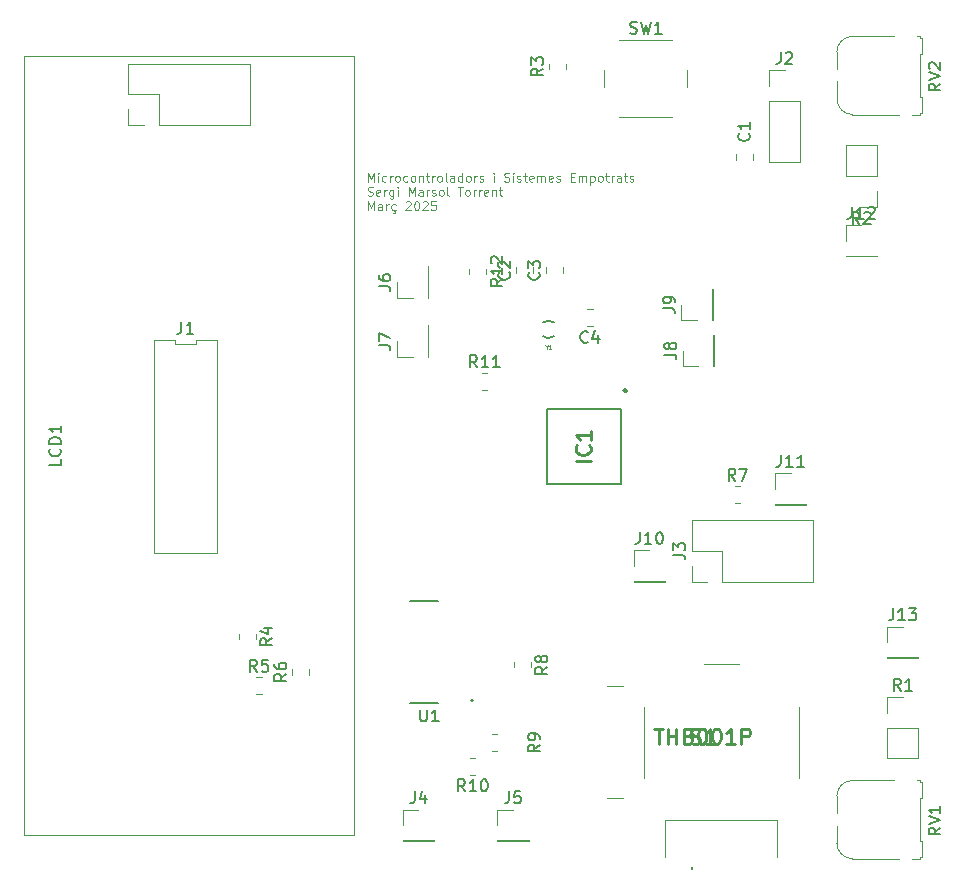
<source format=gbr>
%TF.GenerationSoftware,KiCad,Pcbnew,9.0.0*%
%TF.CreationDate,2025-03-11T13:16:13+01:00*%
%TF.ProjectId,SergiMarsol_projecte_MISE,53657267-694d-4617-9273-6f6c5f70726f,rev?*%
%TF.SameCoordinates,Original*%
%TF.FileFunction,Legend,Top*%
%TF.FilePolarity,Positive*%
%FSLAX46Y46*%
G04 Gerber Fmt 4.6, Leading zero omitted, Abs format (unit mm)*
G04 Created by KiCad (PCBNEW 9.0.0) date 2025-03-11 13:16:13*
%MOMM*%
%LPD*%
G01*
G04 APERTURE LIST*
%ADD10C,0.093750*%
%ADD11C,0.150000*%
%ADD12C,0.254000*%
%ADD13C,0.080026*%
%ADD14C,0.120000*%
%ADD15C,0.100000*%
%ADD16C,0.200000*%
%ADD17C,0.250000*%
%ADD18C,0.127000*%
G04 APERTURE END LIST*
D10*
X48240248Y-34988423D02*
X48240248Y-34238423D01*
X48240248Y-34238423D02*
X48490248Y-34774137D01*
X48490248Y-34774137D02*
X48740248Y-34238423D01*
X48740248Y-34238423D02*
X48740248Y-34988423D01*
X49097391Y-34988423D02*
X49097391Y-34488423D01*
X49097391Y-34238423D02*
X49061677Y-34274137D01*
X49061677Y-34274137D02*
X49097391Y-34309851D01*
X49097391Y-34309851D02*
X49133105Y-34274137D01*
X49133105Y-34274137D02*
X49097391Y-34238423D01*
X49097391Y-34238423D02*
X49097391Y-34309851D01*
X49775963Y-34952709D02*
X49704534Y-34988423D01*
X49704534Y-34988423D02*
X49561677Y-34988423D01*
X49561677Y-34988423D02*
X49490248Y-34952709D01*
X49490248Y-34952709D02*
X49454534Y-34916994D01*
X49454534Y-34916994D02*
X49418820Y-34845566D01*
X49418820Y-34845566D02*
X49418820Y-34631280D01*
X49418820Y-34631280D02*
X49454534Y-34559851D01*
X49454534Y-34559851D02*
X49490248Y-34524137D01*
X49490248Y-34524137D02*
X49561677Y-34488423D01*
X49561677Y-34488423D02*
X49704534Y-34488423D01*
X49704534Y-34488423D02*
X49775963Y-34524137D01*
X50097391Y-34988423D02*
X50097391Y-34488423D01*
X50097391Y-34631280D02*
X50133105Y-34559851D01*
X50133105Y-34559851D02*
X50168820Y-34524137D01*
X50168820Y-34524137D02*
X50240248Y-34488423D01*
X50240248Y-34488423D02*
X50311677Y-34488423D01*
X50668820Y-34988423D02*
X50597391Y-34952709D01*
X50597391Y-34952709D02*
X50561677Y-34916994D01*
X50561677Y-34916994D02*
X50525963Y-34845566D01*
X50525963Y-34845566D02*
X50525963Y-34631280D01*
X50525963Y-34631280D02*
X50561677Y-34559851D01*
X50561677Y-34559851D02*
X50597391Y-34524137D01*
X50597391Y-34524137D02*
X50668820Y-34488423D01*
X50668820Y-34488423D02*
X50775963Y-34488423D01*
X50775963Y-34488423D02*
X50847391Y-34524137D01*
X50847391Y-34524137D02*
X50883106Y-34559851D01*
X50883106Y-34559851D02*
X50918820Y-34631280D01*
X50918820Y-34631280D02*
X50918820Y-34845566D01*
X50918820Y-34845566D02*
X50883106Y-34916994D01*
X50883106Y-34916994D02*
X50847391Y-34952709D01*
X50847391Y-34952709D02*
X50775963Y-34988423D01*
X50775963Y-34988423D02*
X50668820Y-34988423D01*
X51561677Y-34952709D02*
X51490248Y-34988423D01*
X51490248Y-34988423D02*
X51347391Y-34988423D01*
X51347391Y-34988423D02*
X51275962Y-34952709D01*
X51275962Y-34952709D02*
X51240248Y-34916994D01*
X51240248Y-34916994D02*
X51204534Y-34845566D01*
X51204534Y-34845566D02*
X51204534Y-34631280D01*
X51204534Y-34631280D02*
X51240248Y-34559851D01*
X51240248Y-34559851D02*
X51275962Y-34524137D01*
X51275962Y-34524137D02*
X51347391Y-34488423D01*
X51347391Y-34488423D02*
X51490248Y-34488423D01*
X51490248Y-34488423D02*
X51561677Y-34524137D01*
X51990248Y-34988423D02*
X51918819Y-34952709D01*
X51918819Y-34952709D02*
X51883105Y-34916994D01*
X51883105Y-34916994D02*
X51847391Y-34845566D01*
X51847391Y-34845566D02*
X51847391Y-34631280D01*
X51847391Y-34631280D02*
X51883105Y-34559851D01*
X51883105Y-34559851D02*
X51918819Y-34524137D01*
X51918819Y-34524137D02*
X51990248Y-34488423D01*
X51990248Y-34488423D02*
X52097391Y-34488423D01*
X52097391Y-34488423D02*
X52168819Y-34524137D01*
X52168819Y-34524137D02*
X52204534Y-34559851D01*
X52204534Y-34559851D02*
X52240248Y-34631280D01*
X52240248Y-34631280D02*
X52240248Y-34845566D01*
X52240248Y-34845566D02*
X52204534Y-34916994D01*
X52204534Y-34916994D02*
X52168819Y-34952709D01*
X52168819Y-34952709D02*
X52097391Y-34988423D01*
X52097391Y-34988423D02*
X51990248Y-34988423D01*
X52561676Y-34488423D02*
X52561676Y-34988423D01*
X52561676Y-34559851D02*
X52597390Y-34524137D01*
X52597390Y-34524137D02*
X52668819Y-34488423D01*
X52668819Y-34488423D02*
X52775962Y-34488423D01*
X52775962Y-34488423D02*
X52847390Y-34524137D01*
X52847390Y-34524137D02*
X52883105Y-34595566D01*
X52883105Y-34595566D02*
X52883105Y-34988423D01*
X53133104Y-34488423D02*
X53418818Y-34488423D01*
X53240247Y-34238423D02*
X53240247Y-34881280D01*
X53240247Y-34881280D02*
X53275961Y-34952709D01*
X53275961Y-34952709D02*
X53347390Y-34988423D01*
X53347390Y-34988423D02*
X53418818Y-34988423D01*
X53668818Y-34988423D02*
X53668818Y-34488423D01*
X53668818Y-34631280D02*
X53704532Y-34559851D01*
X53704532Y-34559851D02*
X53740247Y-34524137D01*
X53740247Y-34524137D02*
X53811675Y-34488423D01*
X53811675Y-34488423D02*
X53883104Y-34488423D01*
X54240247Y-34988423D02*
X54168818Y-34952709D01*
X54168818Y-34952709D02*
X54133104Y-34916994D01*
X54133104Y-34916994D02*
X54097390Y-34845566D01*
X54097390Y-34845566D02*
X54097390Y-34631280D01*
X54097390Y-34631280D02*
X54133104Y-34559851D01*
X54133104Y-34559851D02*
X54168818Y-34524137D01*
X54168818Y-34524137D02*
X54240247Y-34488423D01*
X54240247Y-34488423D02*
X54347390Y-34488423D01*
X54347390Y-34488423D02*
X54418818Y-34524137D01*
X54418818Y-34524137D02*
X54454533Y-34559851D01*
X54454533Y-34559851D02*
X54490247Y-34631280D01*
X54490247Y-34631280D02*
X54490247Y-34845566D01*
X54490247Y-34845566D02*
X54454533Y-34916994D01*
X54454533Y-34916994D02*
X54418818Y-34952709D01*
X54418818Y-34952709D02*
X54347390Y-34988423D01*
X54347390Y-34988423D02*
X54240247Y-34988423D01*
X54918818Y-34988423D02*
X54847389Y-34952709D01*
X54847389Y-34952709D02*
X54811675Y-34881280D01*
X54811675Y-34881280D02*
X54811675Y-34238423D01*
X55525961Y-34988423D02*
X55525961Y-34595566D01*
X55525961Y-34595566D02*
X55490246Y-34524137D01*
X55490246Y-34524137D02*
X55418818Y-34488423D01*
X55418818Y-34488423D02*
X55275961Y-34488423D01*
X55275961Y-34488423D02*
X55204532Y-34524137D01*
X55525961Y-34952709D02*
X55454532Y-34988423D01*
X55454532Y-34988423D02*
X55275961Y-34988423D01*
X55275961Y-34988423D02*
X55204532Y-34952709D01*
X55204532Y-34952709D02*
X55168818Y-34881280D01*
X55168818Y-34881280D02*
X55168818Y-34809851D01*
X55168818Y-34809851D02*
X55204532Y-34738423D01*
X55204532Y-34738423D02*
X55275961Y-34702709D01*
X55275961Y-34702709D02*
X55454532Y-34702709D01*
X55454532Y-34702709D02*
X55525961Y-34666994D01*
X56204532Y-34988423D02*
X56204532Y-34238423D01*
X56204532Y-34952709D02*
X56133103Y-34988423D01*
X56133103Y-34988423D02*
X55990246Y-34988423D01*
X55990246Y-34988423D02*
X55918817Y-34952709D01*
X55918817Y-34952709D02*
X55883103Y-34916994D01*
X55883103Y-34916994D02*
X55847389Y-34845566D01*
X55847389Y-34845566D02*
X55847389Y-34631280D01*
X55847389Y-34631280D02*
X55883103Y-34559851D01*
X55883103Y-34559851D02*
X55918817Y-34524137D01*
X55918817Y-34524137D02*
X55990246Y-34488423D01*
X55990246Y-34488423D02*
X56133103Y-34488423D01*
X56133103Y-34488423D02*
X56204532Y-34524137D01*
X56668817Y-34988423D02*
X56597388Y-34952709D01*
X56597388Y-34952709D02*
X56561674Y-34916994D01*
X56561674Y-34916994D02*
X56525960Y-34845566D01*
X56525960Y-34845566D02*
X56525960Y-34631280D01*
X56525960Y-34631280D02*
X56561674Y-34559851D01*
X56561674Y-34559851D02*
X56597388Y-34524137D01*
X56597388Y-34524137D02*
X56668817Y-34488423D01*
X56668817Y-34488423D02*
X56775960Y-34488423D01*
X56775960Y-34488423D02*
X56847388Y-34524137D01*
X56847388Y-34524137D02*
X56883103Y-34559851D01*
X56883103Y-34559851D02*
X56918817Y-34631280D01*
X56918817Y-34631280D02*
X56918817Y-34845566D01*
X56918817Y-34845566D02*
X56883103Y-34916994D01*
X56883103Y-34916994D02*
X56847388Y-34952709D01*
X56847388Y-34952709D02*
X56775960Y-34988423D01*
X56775960Y-34988423D02*
X56668817Y-34988423D01*
X57240245Y-34988423D02*
X57240245Y-34488423D01*
X57240245Y-34631280D02*
X57275959Y-34559851D01*
X57275959Y-34559851D02*
X57311674Y-34524137D01*
X57311674Y-34524137D02*
X57383102Y-34488423D01*
X57383102Y-34488423D02*
X57454531Y-34488423D01*
X57668817Y-34952709D02*
X57740245Y-34988423D01*
X57740245Y-34988423D02*
X57883102Y-34988423D01*
X57883102Y-34988423D02*
X57954531Y-34952709D01*
X57954531Y-34952709D02*
X57990245Y-34881280D01*
X57990245Y-34881280D02*
X57990245Y-34845566D01*
X57990245Y-34845566D02*
X57954531Y-34774137D01*
X57954531Y-34774137D02*
X57883102Y-34738423D01*
X57883102Y-34738423D02*
X57775960Y-34738423D01*
X57775960Y-34738423D02*
X57704531Y-34702709D01*
X57704531Y-34702709D02*
X57668817Y-34631280D01*
X57668817Y-34631280D02*
X57668817Y-34595566D01*
X57668817Y-34595566D02*
X57704531Y-34524137D01*
X57704531Y-34524137D02*
X57775960Y-34488423D01*
X57775960Y-34488423D02*
X57883102Y-34488423D01*
X57883102Y-34488423D02*
X57954531Y-34524137D01*
X58883103Y-34988423D02*
X58883103Y-34488423D01*
X58883103Y-34238423D02*
X58847389Y-34274137D01*
X58847389Y-34274137D02*
X58883103Y-34309851D01*
X58883103Y-34309851D02*
X58918817Y-34274137D01*
X58918817Y-34274137D02*
X58883103Y-34238423D01*
X58883103Y-34238423D02*
X58883103Y-34309851D01*
X59775961Y-34952709D02*
X59883104Y-34988423D01*
X59883104Y-34988423D02*
X60061675Y-34988423D01*
X60061675Y-34988423D02*
X60133104Y-34952709D01*
X60133104Y-34952709D02*
X60168818Y-34916994D01*
X60168818Y-34916994D02*
X60204532Y-34845566D01*
X60204532Y-34845566D02*
X60204532Y-34774137D01*
X60204532Y-34774137D02*
X60168818Y-34702709D01*
X60168818Y-34702709D02*
X60133104Y-34666994D01*
X60133104Y-34666994D02*
X60061675Y-34631280D01*
X60061675Y-34631280D02*
X59918818Y-34595566D01*
X59918818Y-34595566D02*
X59847389Y-34559851D01*
X59847389Y-34559851D02*
X59811675Y-34524137D01*
X59811675Y-34524137D02*
X59775961Y-34452709D01*
X59775961Y-34452709D02*
X59775961Y-34381280D01*
X59775961Y-34381280D02*
X59811675Y-34309851D01*
X59811675Y-34309851D02*
X59847389Y-34274137D01*
X59847389Y-34274137D02*
X59918818Y-34238423D01*
X59918818Y-34238423D02*
X60097389Y-34238423D01*
X60097389Y-34238423D02*
X60204532Y-34274137D01*
X60525961Y-34988423D02*
X60525961Y-34488423D01*
X60525961Y-34238423D02*
X60490247Y-34274137D01*
X60490247Y-34274137D02*
X60525961Y-34309851D01*
X60525961Y-34309851D02*
X60561675Y-34274137D01*
X60561675Y-34274137D02*
X60525961Y-34238423D01*
X60525961Y-34238423D02*
X60525961Y-34309851D01*
X60847390Y-34952709D02*
X60918818Y-34988423D01*
X60918818Y-34988423D02*
X61061675Y-34988423D01*
X61061675Y-34988423D02*
X61133104Y-34952709D01*
X61133104Y-34952709D02*
X61168818Y-34881280D01*
X61168818Y-34881280D02*
X61168818Y-34845566D01*
X61168818Y-34845566D02*
X61133104Y-34774137D01*
X61133104Y-34774137D02*
X61061675Y-34738423D01*
X61061675Y-34738423D02*
X60954533Y-34738423D01*
X60954533Y-34738423D02*
X60883104Y-34702709D01*
X60883104Y-34702709D02*
X60847390Y-34631280D01*
X60847390Y-34631280D02*
X60847390Y-34595566D01*
X60847390Y-34595566D02*
X60883104Y-34524137D01*
X60883104Y-34524137D02*
X60954533Y-34488423D01*
X60954533Y-34488423D02*
X61061675Y-34488423D01*
X61061675Y-34488423D02*
X61133104Y-34524137D01*
X61383104Y-34488423D02*
X61668818Y-34488423D01*
X61490247Y-34238423D02*
X61490247Y-34881280D01*
X61490247Y-34881280D02*
X61525961Y-34952709D01*
X61525961Y-34952709D02*
X61597390Y-34988423D01*
X61597390Y-34988423D02*
X61668818Y-34988423D01*
X62204532Y-34952709D02*
X62133104Y-34988423D01*
X62133104Y-34988423D02*
X61990247Y-34988423D01*
X61990247Y-34988423D02*
X61918818Y-34952709D01*
X61918818Y-34952709D02*
X61883104Y-34881280D01*
X61883104Y-34881280D02*
X61883104Y-34595566D01*
X61883104Y-34595566D02*
X61918818Y-34524137D01*
X61918818Y-34524137D02*
X61990247Y-34488423D01*
X61990247Y-34488423D02*
X62133104Y-34488423D01*
X62133104Y-34488423D02*
X62204532Y-34524137D01*
X62204532Y-34524137D02*
X62240247Y-34595566D01*
X62240247Y-34595566D02*
X62240247Y-34666994D01*
X62240247Y-34666994D02*
X61883104Y-34738423D01*
X62561675Y-34988423D02*
X62561675Y-34488423D01*
X62561675Y-34559851D02*
X62597389Y-34524137D01*
X62597389Y-34524137D02*
X62668818Y-34488423D01*
X62668818Y-34488423D02*
X62775961Y-34488423D01*
X62775961Y-34488423D02*
X62847389Y-34524137D01*
X62847389Y-34524137D02*
X62883104Y-34595566D01*
X62883104Y-34595566D02*
X62883104Y-34988423D01*
X62883104Y-34595566D02*
X62918818Y-34524137D01*
X62918818Y-34524137D02*
X62990246Y-34488423D01*
X62990246Y-34488423D02*
X63097389Y-34488423D01*
X63097389Y-34488423D02*
X63168818Y-34524137D01*
X63168818Y-34524137D02*
X63204532Y-34595566D01*
X63204532Y-34595566D02*
X63204532Y-34988423D01*
X63847389Y-34952709D02*
X63775961Y-34988423D01*
X63775961Y-34988423D02*
X63633104Y-34988423D01*
X63633104Y-34988423D02*
X63561675Y-34952709D01*
X63561675Y-34952709D02*
X63525961Y-34881280D01*
X63525961Y-34881280D02*
X63525961Y-34595566D01*
X63525961Y-34595566D02*
X63561675Y-34524137D01*
X63561675Y-34524137D02*
X63633104Y-34488423D01*
X63633104Y-34488423D02*
X63775961Y-34488423D01*
X63775961Y-34488423D02*
X63847389Y-34524137D01*
X63847389Y-34524137D02*
X63883104Y-34595566D01*
X63883104Y-34595566D02*
X63883104Y-34666994D01*
X63883104Y-34666994D02*
X63525961Y-34738423D01*
X64168818Y-34952709D02*
X64240246Y-34988423D01*
X64240246Y-34988423D02*
X64383103Y-34988423D01*
X64383103Y-34988423D02*
X64454532Y-34952709D01*
X64454532Y-34952709D02*
X64490246Y-34881280D01*
X64490246Y-34881280D02*
X64490246Y-34845566D01*
X64490246Y-34845566D02*
X64454532Y-34774137D01*
X64454532Y-34774137D02*
X64383103Y-34738423D01*
X64383103Y-34738423D02*
X64275961Y-34738423D01*
X64275961Y-34738423D02*
X64204532Y-34702709D01*
X64204532Y-34702709D02*
X64168818Y-34631280D01*
X64168818Y-34631280D02*
X64168818Y-34595566D01*
X64168818Y-34595566D02*
X64204532Y-34524137D01*
X64204532Y-34524137D02*
X64275961Y-34488423D01*
X64275961Y-34488423D02*
X64383103Y-34488423D01*
X64383103Y-34488423D02*
X64454532Y-34524137D01*
X65383104Y-34595566D02*
X65633104Y-34595566D01*
X65740247Y-34988423D02*
X65383104Y-34988423D01*
X65383104Y-34988423D02*
X65383104Y-34238423D01*
X65383104Y-34238423D02*
X65740247Y-34238423D01*
X66061675Y-34988423D02*
X66061675Y-34488423D01*
X66061675Y-34559851D02*
X66097389Y-34524137D01*
X66097389Y-34524137D02*
X66168818Y-34488423D01*
X66168818Y-34488423D02*
X66275961Y-34488423D01*
X66275961Y-34488423D02*
X66347389Y-34524137D01*
X66347389Y-34524137D02*
X66383104Y-34595566D01*
X66383104Y-34595566D02*
X66383104Y-34988423D01*
X66383104Y-34595566D02*
X66418818Y-34524137D01*
X66418818Y-34524137D02*
X66490246Y-34488423D01*
X66490246Y-34488423D02*
X66597389Y-34488423D01*
X66597389Y-34488423D02*
X66668818Y-34524137D01*
X66668818Y-34524137D02*
X66704532Y-34595566D01*
X66704532Y-34595566D02*
X66704532Y-34988423D01*
X67061675Y-34488423D02*
X67061675Y-35238423D01*
X67061675Y-34524137D02*
X67133104Y-34488423D01*
X67133104Y-34488423D02*
X67275961Y-34488423D01*
X67275961Y-34488423D02*
X67347389Y-34524137D01*
X67347389Y-34524137D02*
X67383104Y-34559851D01*
X67383104Y-34559851D02*
X67418818Y-34631280D01*
X67418818Y-34631280D02*
X67418818Y-34845566D01*
X67418818Y-34845566D02*
X67383104Y-34916994D01*
X67383104Y-34916994D02*
X67347389Y-34952709D01*
X67347389Y-34952709D02*
X67275961Y-34988423D01*
X67275961Y-34988423D02*
X67133104Y-34988423D01*
X67133104Y-34988423D02*
X67061675Y-34952709D01*
X67847389Y-34988423D02*
X67775960Y-34952709D01*
X67775960Y-34952709D02*
X67740246Y-34916994D01*
X67740246Y-34916994D02*
X67704532Y-34845566D01*
X67704532Y-34845566D02*
X67704532Y-34631280D01*
X67704532Y-34631280D02*
X67740246Y-34559851D01*
X67740246Y-34559851D02*
X67775960Y-34524137D01*
X67775960Y-34524137D02*
X67847389Y-34488423D01*
X67847389Y-34488423D02*
X67954532Y-34488423D01*
X67954532Y-34488423D02*
X68025960Y-34524137D01*
X68025960Y-34524137D02*
X68061675Y-34559851D01*
X68061675Y-34559851D02*
X68097389Y-34631280D01*
X68097389Y-34631280D02*
X68097389Y-34845566D01*
X68097389Y-34845566D02*
X68061675Y-34916994D01*
X68061675Y-34916994D02*
X68025960Y-34952709D01*
X68025960Y-34952709D02*
X67954532Y-34988423D01*
X67954532Y-34988423D02*
X67847389Y-34988423D01*
X68311674Y-34488423D02*
X68597388Y-34488423D01*
X68418817Y-34238423D02*
X68418817Y-34881280D01*
X68418817Y-34881280D02*
X68454531Y-34952709D01*
X68454531Y-34952709D02*
X68525960Y-34988423D01*
X68525960Y-34988423D02*
X68597388Y-34988423D01*
X68847388Y-34988423D02*
X68847388Y-34488423D01*
X68847388Y-34631280D02*
X68883102Y-34559851D01*
X68883102Y-34559851D02*
X68918817Y-34524137D01*
X68918817Y-34524137D02*
X68990245Y-34488423D01*
X68990245Y-34488423D02*
X69061674Y-34488423D01*
X69633103Y-34988423D02*
X69633103Y-34595566D01*
X69633103Y-34595566D02*
X69597388Y-34524137D01*
X69597388Y-34524137D02*
X69525960Y-34488423D01*
X69525960Y-34488423D02*
X69383103Y-34488423D01*
X69383103Y-34488423D02*
X69311674Y-34524137D01*
X69633103Y-34952709D02*
X69561674Y-34988423D01*
X69561674Y-34988423D02*
X69383103Y-34988423D01*
X69383103Y-34988423D02*
X69311674Y-34952709D01*
X69311674Y-34952709D02*
X69275960Y-34881280D01*
X69275960Y-34881280D02*
X69275960Y-34809851D01*
X69275960Y-34809851D02*
X69311674Y-34738423D01*
X69311674Y-34738423D02*
X69383103Y-34702709D01*
X69383103Y-34702709D02*
X69561674Y-34702709D01*
X69561674Y-34702709D02*
X69633103Y-34666994D01*
X69883102Y-34488423D02*
X70168816Y-34488423D01*
X69990245Y-34238423D02*
X69990245Y-34881280D01*
X69990245Y-34881280D02*
X70025959Y-34952709D01*
X70025959Y-34952709D02*
X70097388Y-34988423D01*
X70097388Y-34988423D02*
X70168816Y-34988423D01*
X70383102Y-34952709D02*
X70454530Y-34988423D01*
X70454530Y-34988423D02*
X70597387Y-34988423D01*
X70597387Y-34988423D02*
X70668816Y-34952709D01*
X70668816Y-34952709D02*
X70704530Y-34881280D01*
X70704530Y-34881280D02*
X70704530Y-34845566D01*
X70704530Y-34845566D02*
X70668816Y-34774137D01*
X70668816Y-34774137D02*
X70597387Y-34738423D01*
X70597387Y-34738423D02*
X70490245Y-34738423D01*
X70490245Y-34738423D02*
X70418816Y-34702709D01*
X70418816Y-34702709D02*
X70383102Y-34631280D01*
X70383102Y-34631280D02*
X70383102Y-34595566D01*
X70383102Y-34595566D02*
X70418816Y-34524137D01*
X70418816Y-34524137D02*
X70490245Y-34488423D01*
X70490245Y-34488423D02*
X70597387Y-34488423D01*
X70597387Y-34488423D02*
X70668816Y-34524137D01*
X48204534Y-36160167D02*
X48311677Y-36195881D01*
X48311677Y-36195881D02*
X48490248Y-36195881D01*
X48490248Y-36195881D02*
X48561677Y-36160167D01*
X48561677Y-36160167D02*
X48597391Y-36124452D01*
X48597391Y-36124452D02*
X48633105Y-36053024D01*
X48633105Y-36053024D02*
X48633105Y-35981595D01*
X48633105Y-35981595D02*
X48597391Y-35910167D01*
X48597391Y-35910167D02*
X48561677Y-35874452D01*
X48561677Y-35874452D02*
X48490248Y-35838738D01*
X48490248Y-35838738D02*
X48347391Y-35803024D01*
X48347391Y-35803024D02*
X48275962Y-35767309D01*
X48275962Y-35767309D02*
X48240248Y-35731595D01*
X48240248Y-35731595D02*
X48204534Y-35660167D01*
X48204534Y-35660167D02*
X48204534Y-35588738D01*
X48204534Y-35588738D02*
X48240248Y-35517309D01*
X48240248Y-35517309D02*
X48275962Y-35481595D01*
X48275962Y-35481595D02*
X48347391Y-35445881D01*
X48347391Y-35445881D02*
X48525962Y-35445881D01*
X48525962Y-35445881D02*
X48633105Y-35481595D01*
X49240248Y-36160167D02*
X49168820Y-36195881D01*
X49168820Y-36195881D02*
X49025963Y-36195881D01*
X49025963Y-36195881D02*
X48954534Y-36160167D01*
X48954534Y-36160167D02*
X48918820Y-36088738D01*
X48918820Y-36088738D02*
X48918820Y-35803024D01*
X48918820Y-35803024D02*
X48954534Y-35731595D01*
X48954534Y-35731595D02*
X49025963Y-35695881D01*
X49025963Y-35695881D02*
X49168820Y-35695881D01*
X49168820Y-35695881D02*
X49240248Y-35731595D01*
X49240248Y-35731595D02*
X49275963Y-35803024D01*
X49275963Y-35803024D02*
X49275963Y-35874452D01*
X49275963Y-35874452D02*
X48918820Y-35945881D01*
X49597391Y-36195881D02*
X49597391Y-35695881D01*
X49597391Y-35838738D02*
X49633105Y-35767309D01*
X49633105Y-35767309D02*
X49668820Y-35731595D01*
X49668820Y-35731595D02*
X49740248Y-35695881D01*
X49740248Y-35695881D02*
X49811677Y-35695881D01*
X50383106Y-35695881D02*
X50383106Y-36303024D01*
X50383106Y-36303024D02*
X50347391Y-36374452D01*
X50347391Y-36374452D02*
X50311677Y-36410167D01*
X50311677Y-36410167D02*
X50240248Y-36445881D01*
X50240248Y-36445881D02*
X50133106Y-36445881D01*
X50133106Y-36445881D02*
X50061677Y-36410167D01*
X50383106Y-36160167D02*
X50311677Y-36195881D01*
X50311677Y-36195881D02*
X50168820Y-36195881D01*
X50168820Y-36195881D02*
X50097391Y-36160167D01*
X50097391Y-36160167D02*
X50061677Y-36124452D01*
X50061677Y-36124452D02*
X50025963Y-36053024D01*
X50025963Y-36053024D02*
X50025963Y-35838738D01*
X50025963Y-35838738D02*
X50061677Y-35767309D01*
X50061677Y-35767309D02*
X50097391Y-35731595D01*
X50097391Y-35731595D02*
X50168820Y-35695881D01*
X50168820Y-35695881D02*
X50311677Y-35695881D01*
X50311677Y-35695881D02*
X50383106Y-35731595D01*
X50740248Y-36195881D02*
X50740248Y-35695881D01*
X50740248Y-35445881D02*
X50704534Y-35481595D01*
X50704534Y-35481595D02*
X50740248Y-35517309D01*
X50740248Y-35517309D02*
X50775962Y-35481595D01*
X50775962Y-35481595D02*
X50740248Y-35445881D01*
X50740248Y-35445881D02*
X50740248Y-35517309D01*
X51668820Y-36195881D02*
X51668820Y-35445881D01*
X51668820Y-35445881D02*
X51918820Y-35981595D01*
X51918820Y-35981595D02*
X52168820Y-35445881D01*
X52168820Y-35445881D02*
X52168820Y-36195881D01*
X52847392Y-36195881D02*
X52847392Y-35803024D01*
X52847392Y-35803024D02*
X52811677Y-35731595D01*
X52811677Y-35731595D02*
X52740249Y-35695881D01*
X52740249Y-35695881D02*
X52597392Y-35695881D01*
X52597392Y-35695881D02*
X52525963Y-35731595D01*
X52847392Y-36160167D02*
X52775963Y-36195881D01*
X52775963Y-36195881D02*
X52597392Y-36195881D01*
X52597392Y-36195881D02*
X52525963Y-36160167D01*
X52525963Y-36160167D02*
X52490249Y-36088738D01*
X52490249Y-36088738D02*
X52490249Y-36017309D01*
X52490249Y-36017309D02*
X52525963Y-35945881D01*
X52525963Y-35945881D02*
X52597392Y-35910167D01*
X52597392Y-35910167D02*
X52775963Y-35910167D01*
X52775963Y-35910167D02*
X52847392Y-35874452D01*
X53204534Y-36195881D02*
X53204534Y-35695881D01*
X53204534Y-35838738D02*
X53240248Y-35767309D01*
X53240248Y-35767309D02*
X53275963Y-35731595D01*
X53275963Y-35731595D02*
X53347391Y-35695881D01*
X53347391Y-35695881D02*
X53418820Y-35695881D01*
X53633106Y-36160167D02*
X53704534Y-36195881D01*
X53704534Y-36195881D02*
X53847391Y-36195881D01*
X53847391Y-36195881D02*
X53918820Y-36160167D01*
X53918820Y-36160167D02*
X53954534Y-36088738D01*
X53954534Y-36088738D02*
X53954534Y-36053024D01*
X53954534Y-36053024D02*
X53918820Y-35981595D01*
X53918820Y-35981595D02*
X53847391Y-35945881D01*
X53847391Y-35945881D02*
X53740249Y-35945881D01*
X53740249Y-35945881D02*
X53668820Y-35910167D01*
X53668820Y-35910167D02*
X53633106Y-35838738D01*
X53633106Y-35838738D02*
X53633106Y-35803024D01*
X53633106Y-35803024D02*
X53668820Y-35731595D01*
X53668820Y-35731595D02*
X53740249Y-35695881D01*
X53740249Y-35695881D02*
X53847391Y-35695881D01*
X53847391Y-35695881D02*
X53918820Y-35731595D01*
X54383106Y-36195881D02*
X54311677Y-36160167D01*
X54311677Y-36160167D02*
X54275963Y-36124452D01*
X54275963Y-36124452D02*
X54240249Y-36053024D01*
X54240249Y-36053024D02*
X54240249Y-35838738D01*
X54240249Y-35838738D02*
X54275963Y-35767309D01*
X54275963Y-35767309D02*
X54311677Y-35731595D01*
X54311677Y-35731595D02*
X54383106Y-35695881D01*
X54383106Y-35695881D02*
X54490249Y-35695881D01*
X54490249Y-35695881D02*
X54561677Y-35731595D01*
X54561677Y-35731595D02*
X54597392Y-35767309D01*
X54597392Y-35767309D02*
X54633106Y-35838738D01*
X54633106Y-35838738D02*
X54633106Y-36053024D01*
X54633106Y-36053024D02*
X54597392Y-36124452D01*
X54597392Y-36124452D02*
X54561677Y-36160167D01*
X54561677Y-36160167D02*
X54490249Y-36195881D01*
X54490249Y-36195881D02*
X54383106Y-36195881D01*
X55061677Y-36195881D02*
X54990248Y-36160167D01*
X54990248Y-36160167D02*
X54954534Y-36088738D01*
X54954534Y-36088738D02*
X54954534Y-35445881D01*
X55811677Y-35445881D02*
X56240249Y-35445881D01*
X56025963Y-36195881D02*
X56025963Y-35445881D01*
X56597392Y-36195881D02*
X56525963Y-36160167D01*
X56525963Y-36160167D02*
X56490249Y-36124452D01*
X56490249Y-36124452D02*
X56454535Y-36053024D01*
X56454535Y-36053024D02*
X56454535Y-35838738D01*
X56454535Y-35838738D02*
X56490249Y-35767309D01*
X56490249Y-35767309D02*
X56525963Y-35731595D01*
X56525963Y-35731595D02*
X56597392Y-35695881D01*
X56597392Y-35695881D02*
X56704535Y-35695881D01*
X56704535Y-35695881D02*
X56775963Y-35731595D01*
X56775963Y-35731595D02*
X56811678Y-35767309D01*
X56811678Y-35767309D02*
X56847392Y-35838738D01*
X56847392Y-35838738D02*
X56847392Y-36053024D01*
X56847392Y-36053024D02*
X56811678Y-36124452D01*
X56811678Y-36124452D02*
X56775963Y-36160167D01*
X56775963Y-36160167D02*
X56704535Y-36195881D01*
X56704535Y-36195881D02*
X56597392Y-36195881D01*
X57168820Y-36195881D02*
X57168820Y-35695881D01*
X57168820Y-35838738D02*
X57204534Y-35767309D01*
X57204534Y-35767309D02*
X57240249Y-35731595D01*
X57240249Y-35731595D02*
X57311677Y-35695881D01*
X57311677Y-35695881D02*
X57383106Y-35695881D01*
X57633106Y-36195881D02*
X57633106Y-35695881D01*
X57633106Y-35838738D02*
X57668820Y-35767309D01*
X57668820Y-35767309D02*
X57704535Y-35731595D01*
X57704535Y-35731595D02*
X57775963Y-35695881D01*
X57775963Y-35695881D02*
X57847392Y-35695881D01*
X58383106Y-36160167D02*
X58311678Y-36195881D01*
X58311678Y-36195881D02*
X58168821Y-36195881D01*
X58168821Y-36195881D02*
X58097392Y-36160167D01*
X58097392Y-36160167D02*
X58061678Y-36088738D01*
X58061678Y-36088738D02*
X58061678Y-35803024D01*
X58061678Y-35803024D02*
X58097392Y-35731595D01*
X58097392Y-35731595D02*
X58168821Y-35695881D01*
X58168821Y-35695881D02*
X58311678Y-35695881D01*
X58311678Y-35695881D02*
X58383106Y-35731595D01*
X58383106Y-35731595D02*
X58418821Y-35803024D01*
X58418821Y-35803024D02*
X58418821Y-35874452D01*
X58418821Y-35874452D02*
X58061678Y-35945881D01*
X58740249Y-35695881D02*
X58740249Y-36195881D01*
X58740249Y-35767309D02*
X58775963Y-35731595D01*
X58775963Y-35731595D02*
X58847392Y-35695881D01*
X58847392Y-35695881D02*
X58954535Y-35695881D01*
X58954535Y-35695881D02*
X59025963Y-35731595D01*
X59025963Y-35731595D02*
X59061678Y-35803024D01*
X59061678Y-35803024D02*
X59061678Y-36195881D01*
X59311677Y-35695881D02*
X59597391Y-35695881D01*
X59418820Y-35445881D02*
X59418820Y-36088738D01*
X59418820Y-36088738D02*
X59454534Y-36160167D01*
X59454534Y-36160167D02*
X59525963Y-36195881D01*
X59525963Y-36195881D02*
X59597391Y-36195881D01*
X48240248Y-37403339D02*
X48240248Y-36653339D01*
X48240248Y-36653339D02*
X48490248Y-37189053D01*
X48490248Y-37189053D02*
X48740248Y-36653339D01*
X48740248Y-36653339D02*
X48740248Y-37403339D01*
X49418820Y-37403339D02*
X49418820Y-37010482D01*
X49418820Y-37010482D02*
X49383105Y-36939053D01*
X49383105Y-36939053D02*
X49311677Y-36903339D01*
X49311677Y-36903339D02*
X49168820Y-36903339D01*
X49168820Y-36903339D02*
X49097391Y-36939053D01*
X49418820Y-37367625D02*
X49347391Y-37403339D01*
X49347391Y-37403339D02*
X49168820Y-37403339D01*
X49168820Y-37403339D02*
X49097391Y-37367625D01*
X49097391Y-37367625D02*
X49061677Y-37296196D01*
X49061677Y-37296196D02*
X49061677Y-37224767D01*
X49061677Y-37224767D02*
X49097391Y-37153339D01*
X49097391Y-37153339D02*
X49168820Y-37117625D01*
X49168820Y-37117625D02*
X49347391Y-37117625D01*
X49347391Y-37117625D02*
X49418820Y-37081910D01*
X49775962Y-37403339D02*
X49775962Y-36903339D01*
X49775962Y-37046196D02*
X49811676Y-36974767D01*
X49811676Y-36974767D02*
X49847391Y-36939053D01*
X49847391Y-36939053D02*
X49918819Y-36903339D01*
X49918819Y-36903339D02*
X49990248Y-36903339D01*
X50561677Y-37367625D02*
X50490248Y-37403339D01*
X50490248Y-37403339D02*
X50347391Y-37403339D01*
X50347391Y-37403339D02*
X50275962Y-37367625D01*
X50275962Y-37367625D02*
X50240248Y-37331910D01*
X50240248Y-37331910D02*
X50204534Y-37260482D01*
X50204534Y-37260482D02*
X50204534Y-37046196D01*
X50204534Y-37046196D02*
X50240248Y-36974767D01*
X50240248Y-36974767D02*
X50275962Y-36939053D01*
X50275962Y-36939053D02*
X50347391Y-36903339D01*
X50347391Y-36903339D02*
X50490248Y-36903339D01*
X50490248Y-36903339D02*
X50561677Y-36939053D01*
X50418819Y-37439053D02*
X50490248Y-37474767D01*
X50490248Y-37474767D02*
X50525962Y-37546196D01*
X50525962Y-37546196D02*
X50490248Y-37617625D01*
X50490248Y-37617625D02*
X50418819Y-37653339D01*
X50418819Y-37653339D02*
X50311677Y-37653339D01*
X51418820Y-36724767D02*
X51454534Y-36689053D01*
X51454534Y-36689053D02*
X51525963Y-36653339D01*
X51525963Y-36653339D02*
X51704534Y-36653339D01*
X51704534Y-36653339D02*
X51775963Y-36689053D01*
X51775963Y-36689053D02*
X51811677Y-36724767D01*
X51811677Y-36724767D02*
X51847391Y-36796196D01*
X51847391Y-36796196D02*
X51847391Y-36867625D01*
X51847391Y-36867625D02*
X51811677Y-36974767D01*
X51811677Y-36974767D02*
X51383105Y-37403339D01*
X51383105Y-37403339D02*
X51847391Y-37403339D01*
X52311677Y-36653339D02*
X52383106Y-36653339D01*
X52383106Y-36653339D02*
X52454534Y-36689053D01*
X52454534Y-36689053D02*
X52490249Y-36724767D01*
X52490249Y-36724767D02*
X52525963Y-36796196D01*
X52525963Y-36796196D02*
X52561677Y-36939053D01*
X52561677Y-36939053D02*
X52561677Y-37117625D01*
X52561677Y-37117625D02*
X52525963Y-37260482D01*
X52525963Y-37260482D02*
X52490249Y-37331910D01*
X52490249Y-37331910D02*
X52454534Y-37367625D01*
X52454534Y-37367625D02*
X52383106Y-37403339D01*
X52383106Y-37403339D02*
X52311677Y-37403339D01*
X52311677Y-37403339D02*
X52240249Y-37367625D01*
X52240249Y-37367625D02*
X52204534Y-37331910D01*
X52204534Y-37331910D02*
X52168820Y-37260482D01*
X52168820Y-37260482D02*
X52133106Y-37117625D01*
X52133106Y-37117625D02*
X52133106Y-36939053D01*
X52133106Y-36939053D02*
X52168820Y-36796196D01*
X52168820Y-36796196D02*
X52204534Y-36724767D01*
X52204534Y-36724767D02*
X52240249Y-36689053D01*
X52240249Y-36689053D02*
X52311677Y-36653339D01*
X52847392Y-36724767D02*
X52883106Y-36689053D01*
X52883106Y-36689053D02*
X52954535Y-36653339D01*
X52954535Y-36653339D02*
X53133106Y-36653339D01*
X53133106Y-36653339D02*
X53204535Y-36689053D01*
X53204535Y-36689053D02*
X53240249Y-36724767D01*
X53240249Y-36724767D02*
X53275963Y-36796196D01*
X53275963Y-36796196D02*
X53275963Y-36867625D01*
X53275963Y-36867625D02*
X53240249Y-36974767D01*
X53240249Y-36974767D02*
X52811677Y-37403339D01*
X52811677Y-37403339D02*
X53275963Y-37403339D01*
X53954535Y-36653339D02*
X53597392Y-36653339D01*
X53597392Y-36653339D02*
X53561678Y-37010482D01*
X53561678Y-37010482D02*
X53597392Y-36974767D01*
X53597392Y-36974767D02*
X53668821Y-36939053D01*
X53668821Y-36939053D02*
X53847392Y-36939053D01*
X53847392Y-36939053D02*
X53918821Y-36974767D01*
X53918821Y-36974767D02*
X53954535Y-37010482D01*
X53954535Y-37010482D02*
X53990249Y-37081910D01*
X53990249Y-37081910D02*
X53990249Y-37260482D01*
X53990249Y-37260482D02*
X53954535Y-37331910D01*
X53954535Y-37331910D02*
X53918821Y-37367625D01*
X53918821Y-37367625D02*
X53847392Y-37403339D01*
X53847392Y-37403339D02*
X53668821Y-37403339D01*
X53668821Y-37403339D02*
X53597392Y-37367625D01*
X53597392Y-37367625D02*
X53561678Y-37331910D01*
D11*
X59604819Y-43230357D02*
X59128628Y-43563690D01*
X59604819Y-43801785D02*
X58604819Y-43801785D01*
X58604819Y-43801785D02*
X58604819Y-43420833D01*
X58604819Y-43420833D02*
X58652438Y-43325595D01*
X58652438Y-43325595D02*
X58700057Y-43277976D01*
X58700057Y-43277976D02*
X58795295Y-43230357D01*
X58795295Y-43230357D02*
X58938152Y-43230357D01*
X58938152Y-43230357D02*
X59033390Y-43277976D01*
X59033390Y-43277976D02*
X59081009Y-43325595D01*
X59081009Y-43325595D02*
X59128628Y-43420833D01*
X59128628Y-43420833D02*
X59128628Y-43801785D01*
X59604819Y-42277976D02*
X59604819Y-42849404D01*
X59604819Y-42563690D02*
X58604819Y-42563690D01*
X58604819Y-42563690D02*
X58747676Y-42658928D01*
X58747676Y-42658928D02*
X58842914Y-42754166D01*
X58842914Y-42754166D02*
X58890533Y-42849404D01*
X58700057Y-41897023D02*
X58652438Y-41849404D01*
X58652438Y-41849404D02*
X58604819Y-41754166D01*
X58604819Y-41754166D02*
X58604819Y-41516071D01*
X58604819Y-41516071D02*
X58652438Y-41420833D01*
X58652438Y-41420833D02*
X58700057Y-41373214D01*
X58700057Y-41373214D02*
X58795295Y-41325595D01*
X58795295Y-41325595D02*
X58890533Y-41325595D01*
X58890533Y-41325595D02*
X59033390Y-41373214D01*
X59033390Y-41373214D02*
X59604819Y-41944642D01*
X59604819Y-41944642D02*
X59604819Y-41325595D01*
X60179580Y-42666666D02*
X60227200Y-42714285D01*
X60227200Y-42714285D02*
X60274819Y-42857142D01*
X60274819Y-42857142D02*
X60274819Y-42952380D01*
X60274819Y-42952380D02*
X60227200Y-43095237D01*
X60227200Y-43095237D02*
X60131961Y-43190475D01*
X60131961Y-43190475D02*
X60036723Y-43238094D01*
X60036723Y-43238094D02*
X59846247Y-43285713D01*
X59846247Y-43285713D02*
X59703390Y-43285713D01*
X59703390Y-43285713D02*
X59512914Y-43238094D01*
X59512914Y-43238094D02*
X59417676Y-43190475D01*
X59417676Y-43190475D02*
X59322438Y-43095237D01*
X59322438Y-43095237D02*
X59274819Y-42952380D01*
X59274819Y-42952380D02*
X59274819Y-42857142D01*
X59274819Y-42857142D02*
X59322438Y-42714285D01*
X59322438Y-42714285D02*
X59370057Y-42666666D01*
X59370057Y-42285713D02*
X59322438Y-42238094D01*
X59322438Y-42238094D02*
X59274819Y-42142856D01*
X59274819Y-42142856D02*
X59274819Y-41904761D01*
X59274819Y-41904761D02*
X59322438Y-41809523D01*
X59322438Y-41809523D02*
X59370057Y-41761904D01*
X59370057Y-41761904D02*
X59465295Y-41714285D01*
X59465295Y-41714285D02*
X59560533Y-41714285D01*
X59560533Y-41714285D02*
X59703390Y-41761904D01*
X59703390Y-41761904D02*
X60274819Y-42333332D01*
X60274819Y-42333332D02*
X60274819Y-41714285D01*
X62679580Y-42666666D02*
X62727200Y-42714285D01*
X62727200Y-42714285D02*
X62774819Y-42857142D01*
X62774819Y-42857142D02*
X62774819Y-42952380D01*
X62774819Y-42952380D02*
X62727200Y-43095237D01*
X62727200Y-43095237D02*
X62631961Y-43190475D01*
X62631961Y-43190475D02*
X62536723Y-43238094D01*
X62536723Y-43238094D02*
X62346247Y-43285713D01*
X62346247Y-43285713D02*
X62203390Y-43285713D01*
X62203390Y-43285713D02*
X62012914Y-43238094D01*
X62012914Y-43238094D02*
X61917676Y-43190475D01*
X61917676Y-43190475D02*
X61822438Y-43095237D01*
X61822438Y-43095237D02*
X61774819Y-42952380D01*
X61774819Y-42952380D02*
X61774819Y-42857142D01*
X61774819Y-42857142D02*
X61822438Y-42714285D01*
X61822438Y-42714285D02*
X61870057Y-42666666D01*
X61774819Y-42333332D02*
X61774819Y-41714285D01*
X61774819Y-41714285D02*
X62155771Y-42047618D01*
X62155771Y-42047618D02*
X62155771Y-41904761D01*
X62155771Y-41904761D02*
X62203390Y-41809523D01*
X62203390Y-41809523D02*
X62251009Y-41761904D01*
X62251009Y-41761904D02*
X62346247Y-41714285D01*
X62346247Y-41714285D02*
X62584342Y-41714285D01*
X62584342Y-41714285D02*
X62679580Y-41761904D01*
X62679580Y-41761904D02*
X62727200Y-41809523D01*
X62727200Y-41809523D02*
X62774819Y-41904761D01*
X62774819Y-41904761D02*
X62774819Y-42190475D01*
X62774819Y-42190475D02*
X62727200Y-42285713D01*
X62727200Y-42285713D02*
X62679580Y-42333332D01*
X56444642Y-86604819D02*
X56111309Y-86128628D01*
X55873214Y-86604819D02*
X55873214Y-85604819D01*
X55873214Y-85604819D02*
X56254166Y-85604819D01*
X56254166Y-85604819D02*
X56349404Y-85652438D01*
X56349404Y-85652438D02*
X56397023Y-85700057D01*
X56397023Y-85700057D02*
X56444642Y-85795295D01*
X56444642Y-85795295D02*
X56444642Y-85938152D01*
X56444642Y-85938152D02*
X56397023Y-86033390D01*
X56397023Y-86033390D02*
X56349404Y-86081009D01*
X56349404Y-86081009D02*
X56254166Y-86128628D01*
X56254166Y-86128628D02*
X55873214Y-86128628D01*
X57397023Y-86604819D02*
X56825595Y-86604819D01*
X57111309Y-86604819D02*
X57111309Y-85604819D01*
X57111309Y-85604819D02*
X57016071Y-85747676D01*
X57016071Y-85747676D02*
X56920833Y-85842914D01*
X56920833Y-85842914D02*
X56825595Y-85890533D01*
X58016071Y-85604819D02*
X58111309Y-85604819D01*
X58111309Y-85604819D02*
X58206547Y-85652438D01*
X58206547Y-85652438D02*
X58254166Y-85700057D01*
X58254166Y-85700057D02*
X58301785Y-85795295D01*
X58301785Y-85795295D02*
X58349404Y-85985771D01*
X58349404Y-85985771D02*
X58349404Y-86223866D01*
X58349404Y-86223866D02*
X58301785Y-86414342D01*
X58301785Y-86414342D02*
X58254166Y-86509580D01*
X58254166Y-86509580D02*
X58206547Y-86557200D01*
X58206547Y-86557200D02*
X58111309Y-86604819D01*
X58111309Y-86604819D02*
X58016071Y-86604819D01*
X58016071Y-86604819D02*
X57920833Y-86557200D01*
X57920833Y-86557200D02*
X57873214Y-86509580D01*
X57873214Y-86509580D02*
X57825595Y-86414342D01*
X57825595Y-86414342D02*
X57777976Y-86223866D01*
X57777976Y-86223866D02*
X57777976Y-85985771D01*
X57777976Y-85985771D02*
X57825595Y-85795295D01*
X57825595Y-85795295D02*
X57873214Y-85700057D01*
X57873214Y-85700057D02*
X57920833Y-85652438D01*
X57920833Y-85652438D02*
X58016071Y-85604819D01*
X49124819Y-43833333D02*
X49839104Y-43833333D01*
X49839104Y-43833333D02*
X49981961Y-43880952D01*
X49981961Y-43880952D02*
X50077200Y-43976190D01*
X50077200Y-43976190D02*
X50124819Y-44119047D01*
X50124819Y-44119047D02*
X50124819Y-44214285D01*
X49124819Y-42928571D02*
X49124819Y-43119047D01*
X49124819Y-43119047D02*
X49172438Y-43214285D01*
X49172438Y-43214285D02*
X49220057Y-43261904D01*
X49220057Y-43261904D02*
X49362914Y-43357142D01*
X49362914Y-43357142D02*
X49553390Y-43404761D01*
X49553390Y-43404761D02*
X49934342Y-43404761D01*
X49934342Y-43404761D02*
X50029580Y-43357142D01*
X50029580Y-43357142D02*
X50077200Y-43309523D01*
X50077200Y-43309523D02*
X50124819Y-43214285D01*
X50124819Y-43214285D02*
X50124819Y-43023809D01*
X50124819Y-43023809D02*
X50077200Y-42928571D01*
X50077200Y-42928571D02*
X50029580Y-42880952D01*
X50029580Y-42880952D02*
X49934342Y-42833333D01*
X49934342Y-42833333D02*
X49696247Y-42833333D01*
X49696247Y-42833333D02*
X49601009Y-42880952D01*
X49601009Y-42880952D02*
X49553390Y-42928571D01*
X49553390Y-42928571D02*
X49505771Y-43023809D01*
X49505771Y-43023809D02*
X49505771Y-43214285D01*
X49505771Y-43214285D02*
X49553390Y-43309523D01*
X49553390Y-43309523D02*
X49601009Y-43357142D01*
X49601009Y-43357142D02*
X49696247Y-43404761D01*
X57457142Y-50704819D02*
X57123809Y-50228628D01*
X56885714Y-50704819D02*
X56885714Y-49704819D01*
X56885714Y-49704819D02*
X57266666Y-49704819D01*
X57266666Y-49704819D02*
X57361904Y-49752438D01*
X57361904Y-49752438D02*
X57409523Y-49800057D01*
X57409523Y-49800057D02*
X57457142Y-49895295D01*
X57457142Y-49895295D02*
X57457142Y-50038152D01*
X57457142Y-50038152D02*
X57409523Y-50133390D01*
X57409523Y-50133390D02*
X57361904Y-50181009D01*
X57361904Y-50181009D02*
X57266666Y-50228628D01*
X57266666Y-50228628D02*
X56885714Y-50228628D01*
X58409523Y-50704819D02*
X57838095Y-50704819D01*
X58123809Y-50704819D02*
X58123809Y-49704819D01*
X58123809Y-49704819D02*
X58028571Y-49847676D01*
X58028571Y-49847676D02*
X57933333Y-49942914D01*
X57933333Y-49942914D02*
X57838095Y-49990533D01*
X59361904Y-50704819D02*
X58790476Y-50704819D01*
X59076190Y-50704819D02*
X59076190Y-49704819D01*
X59076190Y-49704819D02*
X58980952Y-49847676D01*
X58980952Y-49847676D02*
X58885714Y-49942914D01*
X58885714Y-49942914D02*
X58790476Y-49990533D01*
X83190476Y-58124819D02*
X83190476Y-58839104D01*
X83190476Y-58839104D02*
X83142857Y-58981961D01*
X83142857Y-58981961D02*
X83047619Y-59077200D01*
X83047619Y-59077200D02*
X82904762Y-59124819D01*
X82904762Y-59124819D02*
X82809524Y-59124819D01*
X84190476Y-59124819D02*
X83619048Y-59124819D01*
X83904762Y-59124819D02*
X83904762Y-58124819D01*
X83904762Y-58124819D02*
X83809524Y-58267676D01*
X83809524Y-58267676D02*
X83714286Y-58362914D01*
X83714286Y-58362914D02*
X83619048Y-58410533D01*
X85142857Y-59124819D02*
X84571429Y-59124819D01*
X84857143Y-59124819D02*
X84857143Y-58124819D01*
X84857143Y-58124819D02*
X84761905Y-58267676D01*
X84761905Y-58267676D02*
X84666667Y-58362914D01*
X84666667Y-58362914D02*
X84571429Y-58410533D01*
X41304819Y-76666666D02*
X40828628Y-76999999D01*
X41304819Y-77238094D02*
X40304819Y-77238094D01*
X40304819Y-77238094D02*
X40304819Y-76857142D01*
X40304819Y-76857142D02*
X40352438Y-76761904D01*
X40352438Y-76761904D02*
X40400057Y-76714285D01*
X40400057Y-76714285D02*
X40495295Y-76666666D01*
X40495295Y-76666666D02*
X40638152Y-76666666D01*
X40638152Y-76666666D02*
X40733390Y-76714285D01*
X40733390Y-76714285D02*
X40781009Y-76761904D01*
X40781009Y-76761904D02*
X40828628Y-76857142D01*
X40828628Y-76857142D02*
X40828628Y-77238094D01*
X40304819Y-75809523D02*
X40304819Y-75999999D01*
X40304819Y-75999999D02*
X40352438Y-76095237D01*
X40352438Y-76095237D02*
X40400057Y-76142856D01*
X40400057Y-76142856D02*
X40542914Y-76238094D01*
X40542914Y-76238094D02*
X40733390Y-76285713D01*
X40733390Y-76285713D02*
X41114342Y-76285713D01*
X41114342Y-76285713D02*
X41209580Y-76238094D01*
X41209580Y-76238094D02*
X41257200Y-76190475D01*
X41257200Y-76190475D02*
X41304819Y-76095237D01*
X41304819Y-76095237D02*
X41304819Y-75904761D01*
X41304819Y-75904761D02*
X41257200Y-75809523D01*
X41257200Y-75809523D02*
X41209580Y-75761904D01*
X41209580Y-75761904D02*
X41114342Y-75714285D01*
X41114342Y-75714285D02*
X40876247Y-75714285D01*
X40876247Y-75714285D02*
X40781009Y-75761904D01*
X40781009Y-75761904D02*
X40733390Y-75809523D01*
X40733390Y-75809523D02*
X40685771Y-75904761D01*
X40685771Y-75904761D02*
X40685771Y-76095237D01*
X40685771Y-76095237D02*
X40733390Y-76190475D01*
X40733390Y-76190475D02*
X40781009Y-76238094D01*
X40781009Y-76238094D02*
X40876247Y-76285713D01*
X22229819Y-58516666D02*
X22229819Y-58992856D01*
X22229819Y-58992856D02*
X21229819Y-58992856D01*
X22134580Y-57611904D02*
X22182200Y-57659523D01*
X22182200Y-57659523D02*
X22229819Y-57802380D01*
X22229819Y-57802380D02*
X22229819Y-57897618D01*
X22229819Y-57897618D02*
X22182200Y-58040475D01*
X22182200Y-58040475D02*
X22086961Y-58135713D01*
X22086961Y-58135713D02*
X21991723Y-58183332D01*
X21991723Y-58183332D02*
X21801247Y-58230951D01*
X21801247Y-58230951D02*
X21658390Y-58230951D01*
X21658390Y-58230951D02*
X21467914Y-58183332D01*
X21467914Y-58183332D02*
X21372676Y-58135713D01*
X21372676Y-58135713D02*
X21277438Y-58040475D01*
X21277438Y-58040475D02*
X21229819Y-57897618D01*
X21229819Y-57897618D02*
X21229819Y-57802380D01*
X21229819Y-57802380D02*
X21277438Y-57659523D01*
X21277438Y-57659523D02*
X21325057Y-57611904D01*
X22229819Y-57183332D02*
X21229819Y-57183332D01*
X21229819Y-57183332D02*
X21229819Y-56945237D01*
X21229819Y-56945237D02*
X21277438Y-56802380D01*
X21277438Y-56802380D02*
X21372676Y-56707142D01*
X21372676Y-56707142D02*
X21467914Y-56659523D01*
X21467914Y-56659523D02*
X21658390Y-56611904D01*
X21658390Y-56611904D02*
X21801247Y-56611904D01*
X21801247Y-56611904D02*
X21991723Y-56659523D01*
X21991723Y-56659523D02*
X22086961Y-56707142D01*
X22086961Y-56707142D02*
X22182200Y-56802380D01*
X22182200Y-56802380D02*
X22229819Y-56945237D01*
X22229819Y-56945237D02*
X22229819Y-57183332D01*
X22229819Y-55659523D02*
X22229819Y-56230951D01*
X22229819Y-55945237D02*
X21229819Y-55945237D01*
X21229819Y-55945237D02*
X21372676Y-56040475D01*
X21372676Y-56040475D02*
X21467914Y-56135713D01*
X21467914Y-56135713D02*
X21515533Y-56230951D01*
X71230476Y-64664819D02*
X71230476Y-65379104D01*
X71230476Y-65379104D02*
X71182857Y-65521961D01*
X71182857Y-65521961D02*
X71087619Y-65617200D01*
X71087619Y-65617200D02*
X70944762Y-65664819D01*
X70944762Y-65664819D02*
X70849524Y-65664819D01*
X72230476Y-65664819D02*
X71659048Y-65664819D01*
X71944762Y-65664819D02*
X71944762Y-64664819D01*
X71944762Y-64664819D02*
X71849524Y-64807676D01*
X71849524Y-64807676D02*
X71754286Y-64902914D01*
X71754286Y-64902914D02*
X71659048Y-64950533D01*
X72849524Y-64664819D02*
X72944762Y-64664819D01*
X72944762Y-64664819D02*
X73040000Y-64712438D01*
X73040000Y-64712438D02*
X73087619Y-64760057D01*
X73087619Y-64760057D02*
X73135238Y-64855295D01*
X73135238Y-64855295D02*
X73182857Y-65045771D01*
X73182857Y-65045771D02*
X73182857Y-65283866D01*
X73182857Y-65283866D02*
X73135238Y-65474342D01*
X73135238Y-65474342D02*
X73087619Y-65569580D01*
X73087619Y-65569580D02*
X73040000Y-65617200D01*
X73040000Y-65617200D02*
X72944762Y-65664819D01*
X72944762Y-65664819D02*
X72849524Y-65664819D01*
X72849524Y-65664819D02*
X72754286Y-65617200D01*
X72754286Y-65617200D02*
X72706667Y-65569580D01*
X72706667Y-65569580D02*
X72659048Y-65474342D01*
X72659048Y-65474342D02*
X72611429Y-65283866D01*
X72611429Y-65283866D02*
X72611429Y-65045771D01*
X72611429Y-65045771D02*
X72659048Y-64855295D01*
X72659048Y-64855295D02*
X72706667Y-64760057D01*
X72706667Y-64760057D02*
X72754286Y-64712438D01*
X72754286Y-64712438D02*
X72849524Y-64664819D01*
X63054819Y-25416666D02*
X62578628Y-25749999D01*
X63054819Y-25988094D02*
X62054819Y-25988094D01*
X62054819Y-25988094D02*
X62054819Y-25607142D01*
X62054819Y-25607142D02*
X62102438Y-25511904D01*
X62102438Y-25511904D02*
X62150057Y-25464285D01*
X62150057Y-25464285D02*
X62245295Y-25416666D01*
X62245295Y-25416666D02*
X62388152Y-25416666D01*
X62388152Y-25416666D02*
X62483390Y-25464285D01*
X62483390Y-25464285D02*
X62531009Y-25511904D01*
X62531009Y-25511904D02*
X62578628Y-25607142D01*
X62578628Y-25607142D02*
X62578628Y-25988094D01*
X62054819Y-25083332D02*
X62054819Y-24464285D01*
X62054819Y-24464285D02*
X62435771Y-24797618D01*
X62435771Y-24797618D02*
X62435771Y-24654761D01*
X62435771Y-24654761D02*
X62483390Y-24559523D01*
X62483390Y-24559523D02*
X62531009Y-24511904D01*
X62531009Y-24511904D02*
X62626247Y-24464285D01*
X62626247Y-24464285D02*
X62864342Y-24464285D01*
X62864342Y-24464285D02*
X62959580Y-24511904D01*
X62959580Y-24511904D02*
X63007200Y-24559523D01*
X63007200Y-24559523D02*
X63054819Y-24654761D01*
X63054819Y-24654761D02*
X63054819Y-24940475D01*
X63054819Y-24940475D02*
X63007200Y-25035713D01*
X63007200Y-25035713D02*
X62959580Y-25083332D01*
X83166666Y-24034819D02*
X83166666Y-24749104D01*
X83166666Y-24749104D02*
X83119047Y-24891961D01*
X83119047Y-24891961D02*
X83023809Y-24987200D01*
X83023809Y-24987200D02*
X82880952Y-25034819D01*
X82880952Y-25034819D02*
X82785714Y-25034819D01*
X83595238Y-24130057D02*
X83642857Y-24082438D01*
X83642857Y-24082438D02*
X83738095Y-24034819D01*
X83738095Y-24034819D02*
X83976190Y-24034819D01*
X83976190Y-24034819D02*
X84071428Y-24082438D01*
X84071428Y-24082438D02*
X84119047Y-24130057D01*
X84119047Y-24130057D02*
X84166666Y-24225295D01*
X84166666Y-24225295D02*
X84166666Y-24320533D01*
X84166666Y-24320533D02*
X84119047Y-24463390D01*
X84119047Y-24463390D02*
X83547619Y-25034819D01*
X83547619Y-25034819D02*
X84166666Y-25034819D01*
X70416667Y-22407200D02*
X70559524Y-22454819D01*
X70559524Y-22454819D02*
X70797619Y-22454819D01*
X70797619Y-22454819D02*
X70892857Y-22407200D01*
X70892857Y-22407200D02*
X70940476Y-22359580D01*
X70940476Y-22359580D02*
X70988095Y-22264342D01*
X70988095Y-22264342D02*
X70988095Y-22169104D01*
X70988095Y-22169104D02*
X70940476Y-22073866D01*
X70940476Y-22073866D02*
X70892857Y-22026247D01*
X70892857Y-22026247D02*
X70797619Y-21978628D01*
X70797619Y-21978628D02*
X70607143Y-21931009D01*
X70607143Y-21931009D02*
X70511905Y-21883390D01*
X70511905Y-21883390D02*
X70464286Y-21835771D01*
X70464286Y-21835771D02*
X70416667Y-21740533D01*
X70416667Y-21740533D02*
X70416667Y-21645295D01*
X70416667Y-21645295D02*
X70464286Y-21550057D01*
X70464286Y-21550057D02*
X70511905Y-21502438D01*
X70511905Y-21502438D02*
X70607143Y-21454819D01*
X70607143Y-21454819D02*
X70845238Y-21454819D01*
X70845238Y-21454819D02*
X70988095Y-21502438D01*
X71321429Y-21454819D02*
X71559524Y-22454819D01*
X71559524Y-22454819D02*
X71750000Y-21740533D01*
X71750000Y-21740533D02*
X71940476Y-22454819D01*
X71940476Y-22454819D02*
X72178572Y-21454819D01*
X73083333Y-22454819D02*
X72511905Y-22454819D01*
X72797619Y-22454819D02*
X72797619Y-21454819D01*
X72797619Y-21454819D02*
X72702381Y-21597676D01*
X72702381Y-21597676D02*
X72607143Y-21692914D01*
X72607143Y-21692914D02*
X72511905Y-21740533D01*
X79333333Y-60304819D02*
X79000000Y-59828628D01*
X78761905Y-60304819D02*
X78761905Y-59304819D01*
X78761905Y-59304819D02*
X79142857Y-59304819D01*
X79142857Y-59304819D02*
X79238095Y-59352438D01*
X79238095Y-59352438D02*
X79285714Y-59400057D01*
X79285714Y-59400057D02*
X79333333Y-59495295D01*
X79333333Y-59495295D02*
X79333333Y-59638152D01*
X79333333Y-59638152D02*
X79285714Y-59733390D01*
X79285714Y-59733390D02*
X79238095Y-59781009D01*
X79238095Y-59781009D02*
X79142857Y-59828628D01*
X79142857Y-59828628D02*
X78761905Y-59828628D01*
X79666667Y-59304819D02*
X80333333Y-59304819D01*
X80333333Y-59304819D02*
X79904762Y-60304819D01*
X73324819Y-49633333D02*
X74039104Y-49633333D01*
X74039104Y-49633333D02*
X74181961Y-49680952D01*
X74181961Y-49680952D02*
X74277200Y-49776190D01*
X74277200Y-49776190D02*
X74324819Y-49919047D01*
X74324819Y-49919047D02*
X74324819Y-50014285D01*
X73753390Y-49014285D02*
X73705771Y-49109523D01*
X73705771Y-49109523D02*
X73658152Y-49157142D01*
X73658152Y-49157142D02*
X73562914Y-49204761D01*
X73562914Y-49204761D02*
X73515295Y-49204761D01*
X73515295Y-49204761D02*
X73420057Y-49157142D01*
X73420057Y-49157142D02*
X73372438Y-49109523D01*
X73372438Y-49109523D02*
X73324819Y-49014285D01*
X73324819Y-49014285D02*
X73324819Y-48823809D01*
X73324819Y-48823809D02*
X73372438Y-48728571D01*
X73372438Y-48728571D02*
X73420057Y-48680952D01*
X73420057Y-48680952D02*
X73515295Y-48633333D01*
X73515295Y-48633333D02*
X73562914Y-48633333D01*
X73562914Y-48633333D02*
X73658152Y-48680952D01*
X73658152Y-48680952D02*
X73705771Y-48728571D01*
X73705771Y-48728571D02*
X73753390Y-48823809D01*
X73753390Y-48823809D02*
X73753390Y-49014285D01*
X73753390Y-49014285D02*
X73801009Y-49109523D01*
X73801009Y-49109523D02*
X73848628Y-49157142D01*
X73848628Y-49157142D02*
X73943866Y-49204761D01*
X73943866Y-49204761D02*
X74134342Y-49204761D01*
X74134342Y-49204761D02*
X74229580Y-49157142D01*
X74229580Y-49157142D02*
X74277200Y-49109523D01*
X74277200Y-49109523D02*
X74324819Y-49014285D01*
X74324819Y-49014285D02*
X74324819Y-48823809D01*
X74324819Y-48823809D02*
X74277200Y-48728571D01*
X74277200Y-48728571D02*
X74229580Y-48680952D01*
X74229580Y-48680952D02*
X74134342Y-48633333D01*
X74134342Y-48633333D02*
X73943866Y-48633333D01*
X73943866Y-48633333D02*
X73848628Y-48680952D01*
X73848628Y-48680952D02*
X73801009Y-48728571D01*
X73801009Y-48728571D02*
X73753390Y-48823809D01*
X89190476Y-37124819D02*
X89190476Y-37839104D01*
X89190476Y-37839104D02*
X89142857Y-37981961D01*
X89142857Y-37981961D02*
X89047619Y-38077200D01*
X89047619Y-38077200D02*
X88904762Y-38124819D01*
X88904762Y-38124819D02*
X88809524Y-38124819D01*
X90190476Y-38124819D02*
X89619048Y-38124819D01*
X89904762Y-38124819D02*
X89904762Y-37124819D01*
X89904762Y-37124819D02*
X89809524Y-37267676D01*
X89809524Y-37267676D02*
X89714286Y-37362914D01*
X89714286Y-37362914D02*
X89619048Y-37410533D01*
X90571429Y-37220057D02*
X90619048Y-37172438D01*
X90619048Y-37172438D02*
X90714286Y-37124819D01*
X90714286Y-37124819D02*
X90952381Y-37124819D01*
X90952381Y-37124819D02*
X91047619Y-37172438D01*
X91047619Y-37172438D02*
X91095238Y-37220057D01*
X91095238Y-37220057D02*
X91142857Y-37315295D01*
X91142857Y-37315295D02*
X91142857Y-37410533D01*
X91142857Y-37410533D02*
X91095238Y-37553390D01*
X91095238Y-37553390D02*
X90523810Y-38124819D01*
X90523810Y-38124819D02*
X91142857Y-38124819D01*
X49124819Y-48833333D02*
X49839104Y-48833333D01*
X49839104Y-48833333D02*
X49981961Y-48880952D01*
X49981961Y-48880952D02*
X50077200Y-48976190D01*
X50077200Y-48976190D02*
X50124819Y-49119047D01*
X50124819Y-49119047D02*
X50124819Y-49214285D01*
X49124819Y-48452380D02*
X49124819Y-47785714D01*
X49124819Y-47785714D02*
X50124819Y-48214285D01*
X66833333Y-48539580D02*
X66785714Y-48587200D01*
X66785714Y-48587200D02*
X66642857Y-48634819D01*
X66642857Y-48634819D02*
X66547619Y-48634819D01*
X66547619Y-48634819D02*
X66404762Y-48587200D01*
X66404762Y-48587200D02*
X66309524Y-48491961D01*
X66309524Y-48491961D02*
X66261905Y-48396723D01*
X66261905Y-48396723D02*
X66214286Y-48206247D01*
X66214286Y-48206247D02*
X66214286Y-48063390D01*
X66214286Y-48063390D02*
X66261905Y-47872914D01*
X66261905Y-47872914D02*
X66309524Y-47777676D01*
X66309524Y-47777676D02*
X66404762Y-47682438D01*
X66404762Y-47682438D02*
X66547619Y-47634819D01*
X66547619Y-47634819D02*
X66642857Y-47634819D01*
X66642857Y-47634819D02*
X66785714Y-47682438D01*
X66785714Y-47682438D02*
X66833333Y-47730057D01*
X67690476Y-47968152D02*
X67690476Y-48634819D01*
X67452381Y-47587200D02*
X67214286Y-48301485D01*
X67214286Y-48301485D02*
X67833333Y-48301485D01*
X93333333Y-78084819D02*
X93000000Y-77608628D01*
X92761905Y-78084819D02*
X92761905Y-77084819D01*
X92761905Y-77084819D02*
X93142857Y-77084819D01*
X93142857Y-77084819D02*
X93238095Y-77132438D01*
X93238095Y-77132438D02*
X93285714Y-77180057D01*
X93285714Y-77180057D02*
X93333333Y-77275295D01*
X93333333Y-77275295D02*
X93333333Y-77418152D01*
X93333333Y-77418152D02*
X93285714Y-77513390D01*
X93285714Y-77513390D02*
X93238095Y-77561009D01*
X93238095Y-77561009D02*
X93142857Y-77608628D01*
X93142857Y-77608628D02*
X92761905Y-77608628D01*
X94285714Y-78084819D02*
X93714286Y-78084819D01*
X94000000Y-78084819D02*
X94000000Y-77084819D01*
X94000000Y-77084819D02*
X93904762Y-77227676D01*
X93904762Y-77227676D02*
X93809524Y-77322914D01*
X93809524Y-77322914D02*
X93714286Y-77370533D01*
X92690476Y-71124819D02*
X92690476Y-71839104D01*
X92690476Y-71839104D02*
X92642857Y-71981961D01*
X92642857Y-71981961D02*
X92547619Y-72077200D01*
X92547619Y-72077200D02*
X92404762Y-72124819D01*
X92404762Y-72124819D02*
X92309524Y-72124819D01*
X93690476Y-72124819D02*
X93119048Y-72124819D01*
X93404762Y-72124819D02*
X93404762Y-71124819D01*
X93404762Y-71124819D02*
X93309524Y-71267676D01*
X93309524Y-71267676D02*
X93214286Y-71362914D01*
X93214286Y-71362914D02*
X93119048Y-71410533D01*
X94023810Y-71124819D02*
X94642857Y-71124819D01*
X94642857Y-71124819D02*
X94309524Y-71505771D01*
X94309524Y-71505771D02*
X94452381Y-71505771D01*
X94452381Y-71505771D02*
X94547619Y-71553390D01*
X94547619Y-71553390D02*
X94595238Y-71601009D01*
X94595238Y-71601009D02*
X94642857Y-71696247D01*
X94642857Y-71696247D02*
X94642857Y-71934342D01*
X94642857Y-71934342D02*
X94595238Y-72029580D01*
X94595238Y-72029580D02*
X94547619Y-72077200D01*
X94547619Y-72077200D02*
X94452381Y-72124819D01*
X94452381Y-72124819D02*
X94166667Y-72124819D01*
X94166667Y-72124819D02*
X94071429Y-72077200D01*
X94071429Y-72077200D02*
X94023810Y-72029580D01*
D12*
X75606880Y-82513842D02*
X75788309Y-82574318D01*
X75788309Y-82574318D02*
X76090690Y-82574318D01*
X76090690Y-82574318D02*
X76211642Y-82513842D01*
X76211642Y-82513842D02*
X76272118Y-82453365D01*
X76272118Y-82453365D02*
X76332595Y-82332413D01*
X76332595Y-82332413D02*
X76332595Y-82211461D01*
X76332595Y-82211461D02*
X76272118Y-82090508D01*
X76272118Y-82090508D02*
X76211642Y-82030032D01*
X76211642Y-82030032D02*
X76090690Y-81969556D01*
X76090690Y-81969556D02*
X75848785Y-81909080D01*
X75848785Y-81909080D02*
X75727833Y-81848603D01*
X75727833Y-81848603D02*
X75667356Y-81788127D01*
X75667356Y-81788127D02*
X75606880Y-81667175D01*
X75606880Y-81667175D02*
X75606880Y-81546222D01*
X75606880Y-81546222D02*
X75667356Y-81425270D01*
X75667356Y-81425270D02*
X75727833Y-81364794D01*
X75727833Y-81364794D02*
X75848785Y-81304318D01*
X75848785Y-81304318D02*
X76151166Y-81304318D01*
X76151166Y-81304318D02*
X76332595Y-81364794D01*
X77542119Y-82574318D02*
X76816404Y-82574318D01*
X77179261Y-82574318D02*
X77179261Y-81304318D01*
X77179261Y-81304318D02*
X77058309Y-81485746D01*
X77058309Y-81485746D02*
X76937357Y-81606699D01*
X76937357Y-81606699D02*
X76816404Y-81667175D01*
X72462119Y-81304318D02*
X73187833Y-81304318D01*
X72824976Y-82574318D02*
X72824976Y-81304318D01*
X73611166Y-82574318D02*
X73611166Y-81304318D01*
X73611166Y-81909080D02*
X74336881Y-81909080D01*
X74336881Y-82574318D02*
X74336881Y-81304318D01*
X75364976Y-81909080D02*
X75546404Y-81969556D01*
X75546404Y-81969556D02*
X75606881Y-82030032D01*
X75606881Y-82030032D02*
X75667357Y-82150984D01*
X75667357Y-82150984D02*
X75667357Y-82332413D01*
X75667357Y-82332413D02*
X75606881Y-82453365D01*
X75606881Y-82453365D02*
X75546404Y-82513842D01*
X75546404Y-82513842D02*
X75425452Y-82574318D01*
X75425452Y-82574318D02*
X74941642Y-82574318D01*
X74941642Y-82574318D02*
X74941642Y-81304318D01*
X74941642Y-81304318D02*
X75364976Y-81304318D01*
X75364976Y-81304318D02*
X75485928Y-81364794D01*
X75485928Y-81364794D02*
X75546404Y-81425270D01*
X75546404Y-81425270D02*
X75606881Y-81546222D01*
X75606881Y-81546222D02*
X75606881Y-81667175D01*
X75606881Y-81667175D02*
X75546404Y-81788127D01*
X75546404Y-81788127D02*
X75485928Y-81848603D01*
X75485928Y-81848603D02*
X75364976Y-81909080D01*
X75364976Y-81909080D02*
X74941642Y-81909080D01*
X76453547Y-81304318D02*
X76574500Y-81304318D01*
X76574500Y-81304318D02*
X76695452Y-81364794D01*
X76695452Y-81364794D02*
X76755928Y-81425270D01*
X76755928Y-81425270D02*
X76816404Y-81546222D01*
X76816404Y-81546222D02*
X76876881Y-81788127D01*
X76876881Y-81788127D02*
X76876881Y-82090508D01*
X76876881Y-82090508D02*
X76816404Y-82332413D01*
X76816404Y-82332413D02*
X76755928Y-82453365D01*
X76755928Y-82453365D02*
X76695452Y-82513842D01*
X76695452Y-82513842D02*
X76574500Y-82574318D01*
X76574500Y-82574318D02*
X76453547Y-82574318D01*
X76453547Y-82574318D02*
X76332595Y-82513842D01*
X76332595Y-82513842D02*
X76272119Y-82453365D01*
X76272119Y-82453365D02*
X76211642Y-82332413D01*
X76211642Y-82332413D02*
X76151166Y-82090508D01*
X76151166Y-82090508D02*
X76151166Y-81788127D01*
X76151166Y-81788127D02*
X76211642Y-81546222D01*
X76211642Y-81546222D02*
X76272119Y-81425270D01*
X76272119Y-81425270D02*
X76332595Y-81364794D01*
X76332595Y-81364794D02*
X76453547Y-81304318D01*
X77663071Y-81304318D02*
X77784024Y-81304318D01*
X77784024Y-81304318D02*
X77904976Y-81364794D01*
X77904976Y-81364794D02*
X77965452Y-81425270D01*
X77965452Y-81425270D02*
X78025928Y-81546222D01*
X78025928Y-81546222D02*
X78086405Y-81788127D01*
X78086405Y-81788127D02*
X78086405Y-82090508D01*
X78086405Y-82090508D02*
X78025928Y-82332413D01*
X78025928Y-82332413D02*
X77965452Y-82453365D01*
X77965452Y-82453365D02*
X77904976Y-82513842D01*
X77904976Y-82513842D02*
X77784024Y-82574318D01*
X77784024Y-82574318D02*
X77663071Y-82574318D01*
X77663071Y-82574318D02*
X77542119Y-82513842D01*
X77542119Y-82513842D02*
X77481643Y-82453365D01*
X77481643Y-82453365D02*
X77421166Y-82332413D01*
X77421166Y-82332413D02*
X77360690Y-82090508D01*
X77360690Y-82090508D02*
X77360690Y-81788127D01*
X77360690Y-81788127D02*
X77421166Y-81546222D01*
X77421166Y-81546222D02*
X77481643Y-81425270D01*
X77481643Y-81425270D02*
X77542119Y-81364794D01*
X77542119Y-81364794D02*
X77663071Y-81304318D01*
X79295929Y-82574318D02*
X78570214Y-82574318D01*
X78933071Y-82574318D02*
X78933071Y-81304318D01*
X78933071Y-81304318D02*
X78812119Y-81485746D01*
X78812119Y-81485746D02*
X78691167Y-81606699D01*
X78691167Y-81606699D02*
X78570214Y-81667175D01*
X79840214Y-82574318D02*
X79840214Y-81304318D01*
X79840214Y-81304318D02*
X80324024Y-81304318D01*
X80324024Y-81304318D02*
X80444976Y-81364794D01*
X80444976Y-81364794D02*
X80505453Y-81425270D01*
X80505453Y-81425270D02*
X80565929Y-81546222D01*
X80565929Y-81546222D02*
X80565929Y-81727651D01*
X80565929Y-81727651D02*
X80505453Y-81848603D01*
X80505453Y-81848603D02*
X80444976Y-81909080D01*
X80444976Y-81909080D02*
X80324024Y-81969556D01*
X80324024Y-81969556D02*
X79840214Y-81969556D01*
D11*
X74084819Y-66603333D02*
X74799104Y-66603333D01*
X74799104Y-66603333D02*
X74941961Y-66650952D01*
X74941961Y-66650952D02*
X75037200Y-66746190D01*
X75037200Y-66746190D02*
X75084819Y-66889047D01*
X75084819Y-66889047D02*
X75084819Y-66984285D01*
X74084819Y-66222380D02*
X74084819Y-65603333D01*
X74084819Y-65603333D02*
X74465771Y-65936666D01*
X74465771Y-65936666D02*
X74465771Y-65793809D01*
X74465771Y-65793809D02*
X74513390Y-65698571D01*
X74513390Y-65698571D02*
X74561009Y-65650952D01*
X74561009Y-65650952D02*
X74656247Y-65603333D01*
X74656247Y-65603333D02*
X74894342Y-65603333D01*
X74894342Y-65603333D02*
X74989580Y-65650952D01*
X74989580Y-65650952D02*
X75037200Y-65698571D01*
X75037200Y-65698571D02*
X75084819Y-65793809D01*
X75084819Y-65793809D02*
X75084819Y-66079523D01*
X75084819Y-66079523D02*
X75037200Y-66174761D01*
X75037200Y-66174761D02*
X74989580Y-66222380D01*
X32436666Y-46854819D02*
X32436666Y-47569104D01*
X32436666Y-47569104D02*
X32389047Y-47711961D01*
X32389047Y-47711961D02*
X32293809Y-47807200D01*
X32293809Y-47807200D02*
X32150952Y-47854819D01*
X32150952Y-47854819D02*
X32055714Y-47854819D01*
X33436666Y-47854819D02*
X32865238Y-47854819D01*
X33150952Y-47854819D02*
X33150952Y-46854819D01*
X33150952Y-46854819D02*
X33055714Y-46997676D01*
X33055714Y-46997676D02*
X32960476Y-47092914D01*
X32960476Y-47092914D02*
X32865238Y-47140533D01*
D12*
X67074318Y-58659762D02*
X65804318Y-58659762D01*
X66953365Y-57329285D02*
X67013842Y-57389761D01*
X67013842Y-57389761D02*
X67074318Y-57571190D01*
X67074318Y-57571190D02*
X67074318Y-57692142D01*
X67074318Y-57692142D02*
X67013842Y-57873571D01*
X67013842Y-57873571D02*
X66892889Y-57994523D01*
X66892889Y-57994523D02*
X66771937Y-58055000D01*
X66771937Y-58055000D02*
X66530032Y-58115476D01*
X66530032Y-58115476D02*
X66348603Y-58115476D01*
X66348603Y-58115476D02*
X66106699Y-58055000D01*
X66106699Y-58055000D02*
X65985746Y-57994523D01*
X65985746Y-57994523D02*
X65864794Y-57873571D01*
X65864794Y-57873571D02*
X65804318Y-57692142D01*
X65804318Y-57692142D02*
X65804318Y-57571190D01*
X65804318Y-57571190D02*
X65864794Y-57389761D01*
X65864794Y-57389761D02*
X65925270Y-57329285D01*
X67074318Y-56119761D02*
X67074318Y-56845476D01*
X67074318Y-56482619D02*
X65804318Y-56482619D01*
X65804318Y-56482619D02*
X65985746Y-56603571D01*
X65985746Y-56603571D02*
X66106699Y-56724523D01*
X66106699Y-56724523D02*
X66167175Y-56845476D01*
D11*
X63404819Y-76066666D02*
X62928628Y-76399999D01*
X63404819Y-76638094D02*
X62404819Y-76638094D01*
X62404819Y-76638094D02*
X62404819Y-76257142D01*
X62404819Y-76257142D02*
X62452438Y-76161904D01*
X62452438Y-76161904D02*
X62500057Y-76114285D01*
X62500057Y-76114285D02*
X62595295Y-76066666D01*
X62595295Y-76066666D02*
X62738152Y-76066666D01*
X62738152Y-76066666D02*
X62833390Y-76114285D01*
X62833390Y-76114285D02*
X62881009Y-76161904D01*
X62881009Y-76161904D02*
X62928628Y-76257142D01*
X62928628Y-76257142D02*
X62928628Y-76638094D01*
X62833390Y-75495237D02*
X62785771Y-75590475D01*
X62785771Y-75590475D02*
X62738152Y-75638094D01*
X62738152Y-75638094D02*
X62642914Y-75685713D01*
X62642914Y-75685713D02*
X62595295Y-75685713D01*
X62595295Y-75685713D02*
X62500057Y-75638094D01*
X62500057Y-75638094D02*
X62452438Y-75590475D01*
X62452438Y-75590475D02*
X62404819Y-75495237D01*
X62404819Y-75495237D02*
X62404819Y-75304761D01*
X62404819Y-75304761D02*
X62452438Y-75209523D01*
X62452438Y-75209523D02*
X62500057Y-75161904D01*
X62500057Y-75161904D02*
X62595295Y-75114285D01*
X62595295Y-75114285D02*
X62642914Y-75114285D01*
X62642914Y-75114285D02*
X62738152Y-75161904D01*
X62738152Y-75161904D02*
X62785771Y-75209523D01*
X62785771Y-75209523D02*
X62833390Y-75304761D01*
X62833390Y-75304761D02*
X62833390Y-75495237D01*
X62833390Y-75495237D02*
X62881009Y-75590475D01*
X62881009Y-75590475D02*
X62928628Y-75638094D01*
X62928628Y-75638094D02*
X63023866Y-75685713D01*
X63023866Y-75685713D02*
X63214342Y-75685713D01*
X63214342Y-75685713D02*
X63309580Y-75638094D01*
X63309580Y-75638094D02*
X63357200Y-75590475D01*
X63357200Y-75590475D02*
X63404819Y-75495237D01*
X63404819Y-75495237D02*
X63404819Y-75304761D01*
X63404819Y-75304761D02*
X63357200Y-75209523D01*
X63357200Y-75209523D02*
X63309580Y-75161904D01*
X63309580Y-75161904D02*
X63214342Y-75114285D01*
X63214342Y-75114285D02*
X63023866Y-75114285D01*
X63023866Y-75114285D02*
X62928628Y-75161904D01*
X62928628Y-75161904D02*
X62881009Y-75209523D01*
X62881009Y-75209523D02*
X62833390Y-75304761D01*
X52166666Y-86624819D02*
X52166666Y-87339104D01*
X52166666Y-87339104D02*
X52119047Y-87481961D01*
X52119047Y-87481961D02*
X52023809Y-87577200D01*
X52023809Y-87577200D02*
X51880952Y-87624819D01*
X51880952Y-87624819D02*
X51785714Y-87624819D01*
X53071428Y-86958152D02*
X53071428Y-87624819D01*
X52833333Y-86577200D02*
X52595238Y-87291485D01*
X52595238Y-87291485D02*
X53214285Y-87291485D01*
X52638095Y-79699819D02*
X52638095Y-80509342D01*
X52638095Y-80509342D02*
X52685714Y-80604580D01*
X52685714Y-80604580D02*
X52733333Y-80652200D01*
X52733333Y-80652200D02*
X52828571Y-80699819D01*
X52828571Y-80699819D02*
X53019047Y-80699819D01*
X53019047Y-80699819D02*
X53114285Y-80652200D01*
X53114285Y-80652200D02*
X53161904Y-80604580D01*
X53161904Y-80604580D02*
X53209523Y-80509342D01*
X53209523Y-80509342D02*
X53209523Y-79699819D01*
X54209523Y-80699819D02*
X53638095Y-80699819D01*
X53923809Y-80699819D02*
X53923809Y-79699819D01*
X53923809Y-79699819D02*
X53828571Y-79842676D01*
X53828571Y-79842676D02*
X53733333Y-79937914D01*
X53733333Y-79937914D02*
X53638095Y-79985533D01*
X62779819Y-82666666D02*
X62303628Y-82999999D01*
X62779819Y-83238094D02*
X61779819Y-83238094D01*
X61779819Y-83238094D02*
X61779819Y-82857142D01*
X61779819Y-82857142D02*
X61827438Y-82761904D01*
X61827438Y-82761904D02*
X61875057Y-82714285D01*
X61875057Y-82714285D02*
X61970295Y-82666666D01*
X61970295Y-82666666D02*
X62113152Y-82666666D01*
X62113152Y-82666666D02*
X62208390Y-82714285D01*
X62208390Y-82714285D02*
X62256009Y-82761904D01*
X62256009Y-82761904D02*
X62303628Y-82857142D01*
X62303628Y-82857142D02*
X62303628Y-83238094D01*
X62779819Y-82190475D02*
X62779819Y-81999999D01*
X62779819Y-81999999D02*
X62732200Y-81904761D01*
X62732200Y-81904761D02*
X62684580Y-81857142D01*
X62684580Y-81857142D02*
X62541723Y-81761904D01*
X62541723Y-81761904D02*
X62351247Y-81714285D01*
X62351247Y-81714285D02*
X61970295Y-81714285D01*
X61970295Y-81714285D02*
X61875057Y-81761904D01*
X61875057Y-81761904D02*
X61827438Y-81809523D01*
X61827438Y-81809523D02*
X61779819Y-81904761D01*
X61779819Y-81904761D02*
X61779819Y-82095237D01*
X61779819Y-82095237D02*
X61827438Y-82190475D01*
X61827438Y-82190475D02*
X61875057Y-82238094D01*
X61875057Y-82238094D02*
X61970295Y-82285713D01*
X61970295Y-82285713D02*
X62208390Y-82285713D01*
X62208390Y-82285713D02*
X62303628Y-82238094D01*
X62303628Y-82238094D02*
X62351247Y-82190475D01*
X62351247Y-82190475D02*
X62398866Y-82095237D01*
X62398866Y-82095237D02*
X62398866Y-81904761D01*
X62398866Y-81904761D02*
X62351247Y-81809523D01*
X62351247Y-81809523D02*
X62303628Y-81761904D01*
X62303628Y-81761904D02*
X62208390Y-81714285D01*
X89833333Y-38559819D02*
X89500000Y-38083628D01*
X89261905Y-38559819D02*
X89261905Y-37559819D01*
X89261905Y-37559819D02*
X89642857Y-37559819D01*
X89642857Y-37559819D02*
X89738095Y-37607438D01*
X89738095Y-37607438D02*
X89785714Y-37655057D01*
X89785714Y-37655057D02*
X89833333Y-37750295D01*
X89833333Y-37750295D02*
X89833333Y-37893152D01*
X89833333Y-37893152D02*
X89785714Y-37988390D01*
X89785714Y-37988390D02*
X89738095Y-38036009D01*
X89738095Y-38036009D02*
X89642857Y-38083628D01*
X89642857Y-38083628D02*
X89261905Y-38083628D01*
X90214286Y-37655057D02*
X90261905Y-37607438D01*
X90261905Y-37607438D02*
X90357143Y-37559819D01*
X90357143Y-37559819D02*
X90595238Y-37559819D01*
X90595238Y-37559819D02*
X90690476Y-37607438D01*
X90690476Y-37607438D02*
X90738095Y-37655057D01*
X90738095Y-37655057D02*
X90785714Y-37750295D01*
X90785714Y-37750295D02*
X90785714Y-37845533D01*
X90785714Y-37845533D02*
X90738095Y-37988390D01*
X90738095Y-37988390D02*
X90166667Y-38559819D01*
X90166667Y-38559819D02*
X90785714Y-38559819D01*
X40104819Y-73666666D02*
X39628628Y-73999999D01*
X40104819Y-74238094D02*
X39104819Y-74238094D01*
X39104819Y-74238094D02*
X39104819Y-73857142D01*
X39104819Y-73857142D02*
X39152438Y-73761904D01*
X39152438Y-73761904D02*
X39200057Y-73714285D01*
X39200057Y-73714285D02*
X39295295Y-73666666D01*
X39295295Y-73666666D02*
X39438152Y-73666666D01*
X39438152Y-73666666D02*
X39533390Y-73714285D01*
X39533390Y-73714285D02*
X39581009Y-73761904D01*
X39581009Y-73761904D02*
X39628628Y-73857142D01*
X39628628Y-73857142D02*
X39628628Y-74238094D01*
X39438152Y-72809523D02*
X40104819Y-72809523D01*
X39057200Y-73047618D02*
X39771485Y-73285713D01*
X39771485Y-73285713D02*
X39771485Y-72666666D01*
X73224819Y-45733333D02*
X73939104Y-45733333D01*
X73939104Y-45733333D02*
X74081961Y-45780952D01*
X74081961Y-45780952D02*
X74177200Y-45876190D01*
X74177200Y-45876190D02*
X74224819Y-46019047D01*
X74224819Y-46019047D02*
X74224819Y-46114285D01*
X74224819Y-45209523D02*
X74224819Y-45019047D01*
X74224819Y-45019047D02*
X74177200Y-44923809D01*
X74177200Y-44923809D02*
X74129580Y-44876190D01*
X74129580Y-44876190D02*
X73986723Y-44780952D01*
X73986723Y-44780952D02*
X73796247Y-44733333D01*
X73796247Y-44733333D02*
X73415295Y-44733333D01*
X73415295Y-44733333D02*
X73320057Y-44780952D01*
X73320057Y-44780952D02*
X73272438Y-44828571D01*
X73272438Y-44828571D02*
X73224819Y-44923809D01*
X73224819Y-44923809D02*
X73224819Y-45114285D01*
X73224819Y-45114285D02*
X73272438Y-45209523D01*
X73272438Y-45209523D02*
X73320057Y-45257142D01*
X73320057Y-45257142D02*
X73415295Y-45304761D01*
X73415295Y-45304761D02*
X73653390Y-45304761D01*
X73653390Y-45304761D02*
X73748628Y-45257142D01*
X73748628Y-45257142D02*
X73796247Y-45209523D01*
X73796247Y-45209523D02*
X73843866Y-45114285D01*
X73843866Y-45114285D02*
X73843866Y-44923809D01*
X73843866Y-44923809D02*
X73796247Y-44828571D01*
X73796247Y-44828571D02*
X73748628Y-44780952D01*
X73748628Y-44780952D02*
X73653390Y-44733333D01*
D13*
X63347569Y-48995180D02*
X63347569Y-49147611D01*
X63240868Y-48827507D02*
X63347569Y-48995180D01*
X63347569Y-48995180D02*
X63454270Y-48827507D01*
X63728645Y-49147611D02*
X63545729Y-49147611D01*
X63637187Y-49147611D02*
X63637187Y-48827507D01*
X63637187Y-48827507D02*
X63606701Y-48873236D01*
X63606701Y-48873236D02*
X63576215Y-48903722D01*
X63576215Y-48903722D02*
X63545729Y-48918965D01*
D11*
X60166666Y-86624819D02*
X60166666Y-87339104D01*
X60166666Y-87339104D02*
X60119047Y-87481961D01*
X60119047Y-87481961D02*
X60023809Y-87577200D01*
X60023809Y-87577200D02*
X59880952Y-87624819D01*
X59880952Y-87624819D02*
X59785714Y-87624819D01*
X61119047Y-86624819D02*
X60642857Y-86624819D01*
X60642857Y-86624819D02*
X60595238Y-87101009D01*
X60595238Y-87101009D02*
X60642857Y-87053390D01*
X60642857Y-87053390D02*
X60738095Y-87005771D01*
X60738095Y-87005771D02*
X60976190Y-87005771D01*
X60976190Y-87005771D02*
X61071428Y-87053390D01*
X61071428Y-87053390D02*
X61119047Y-87101009D01*
X61119047Y-87101009D02*
X61166666Y-87196247D01*
X61166666Y-87196247D02*
X61166666Y-87434342D01*
X61166666Y-87434342D02*
X61119047Y-87529580D01*
X61119047Y-87529580D02*
X61071428Y-87577200D01*
X61071428Y-87577200D02*
X60976190Y-87624819D01*
X60976190Y-87624819D02*
X60738095Y-87624819D01*
X60738095Y-87624819D02*
X60642857Y-87577200D01*
X60642857Y-87577200D02*
X60595238Y-87529580D01*
X96694819Y-89695238D02*
X96218628Y-90028571D01*
X96694819Y-90266666D02*
X95694819Y-90266666D01*
X95694819Y-90266666D02*
X95694819Y-89885714D01*
X95694819Y-89885714D02*
X95742438Y-89790476D01*
X95742438Y-89790476D02*
X95790057Y-89742857D01*
X95790057Y-89742857D02*
X95885295Y-89695238D01*
X95885295Y-89695238D02*
X96028152Y-89695238D01*
X96028152Y-89695238D02*
X96123390Y-89742857D01*
X96123390Y-89742857D02*
X96171009Y-89790476D01*
X96171009Y-89790476D02*
X96218628Y-89885714D01*
X96218628Y-89885714D02*
X96218628Y-90266666D01*
X95694819Y-89409523D02*
X96694819Y-89076190D01*
X96694819Y-89076190D02*
X95694819Y-88742857D01*
X96694819Y-87885714D02*
X96694819Y-88457142D01*
X96694819Y-88171428D02*
X95694819Y-88171428D01*
X95694819Y-88171428D02*
X95837676Y-88266666D01*
X95837676Y-88266666D02*
X95932914Y-88361904D01*
X95932914Y-88361904D02*
X95980533Y-88457142D01*
X96694819Y-26695238D02*
X96218628Y-27028571D01*
X96694819Y-27266666D02*
X95694819Y-27266666D01*
X95694819Y-27266666D02*
X95694819Y-26885714D01*
X95694819Y-26885714D02*
X95742438Y-26790476D01*
X95742438Y-26790476D02*
X95790057Y-26742857D01*
X95790057Y-26742857D02*
X95885295Y-26695238D01*
X95885295Y-26695238D02*
X96028152Y-26695238D01*
X96028152Y-26695238D02*
X96123390Y-26742857D01*
X96123390Y-26742857D02*
X96171009Y-26790476D01*
X96171009Y-26790476D02*
X96218628Y-26885714D01*
X96218628Y-26885714D02*
X96218628Y-27266666D01*
X95694819Y-26409523D02*
X96694819Y-26076190D01*
X96694819Y-26076190D02*
X95694819Y-25742857D01*
X95790057Y-25457142D02*
X95742438Y-25409523D01*
X95742438Y-25409523D02*
X95694819Y-25314285D01*
X95694819Y-25314285D02*
X95694819Y-25076190D01*
X95694819Y-25076190D02*
X95742438Y-24980952D01*
X95742438Y-24980952D02*
X95790057Y-24933333D01*
X95790057Y-24933333D02*
X95885295Y-24885714D01*
X95885295Y-24885714D02*
X95980533Y-24885714D01*
X95980533Y-24885714D02*
X96123390Y-24933333D01*
X96123390Y-24933333D02*
X96694819Y-25504761D01*
X96694819Y-25504761D02*
X96694819Y-24885714D01*
X80459580Y-30916666D02*
X80507200Y-30964285D01*
X80507200Y-30964285D02*
X80554819Y-31107142D01*
X80554819Y-31107142D02*
X80554819Y-31202380D01*
X80554819Y-31202380D02*
X80507200Y-31345237D01*
X80507200Y-31345237D02*
X80411961Y-31440475D01*
X80411961Y-31440475D02*
X80316723Y-31488094D01*
X80316723Y-31488094D02*
X80126247Y-31535713D01*
X80126247Y-31535713D02*
X79983390Y-31535713D01*
X79983390Y-31535713D02*
X79792914Y-31488094D01*
X79792914Y-31488094D02*
X79697676Y-31440475D01*
X79697676Y-31440475D02*
X79602438Y-31345237D01*
X79602438Y-31345237D02*
X79554819Y-31202380D01*
X79554819Y-31202380D02*
X79554819Y-31107142D01*
X79554819Y-31107142D02*
X79602438Y-30964285D01*
X79602438Y-30964285D02*
X79650057Y-30916666D01*
X80554819Y-29964285D02*
X80554819Y-30535713D01*
X80554819Y-30249999D02*
X79554819Y-30249999D01*
X79554819Y-30249999D02*
X79697676Y-30345237D01*
X79697676Y-30345237D02*
X79792914Y-30440475D01*
X79792914Y-30440475D02*
X79840533Y-30535713D01*
X38833333Y-76479819D02*
X38500000Y-76003628D01*
X38261905Y-76479819D02*
X38261905Y-75479819D01*
X38261905Y-75479819D02*
X38642857Y-75479819D01*
X38642857Y-75479819D02*
X38738095Y-75527438D01*
X38738095Y-75527438D02*
X38785714Y-75575057D01*
X38785714Y-75575057D02*
X38833333Y-75670295D01*
X38833333Y-75670295D02*
X38833333Y-75813152D01*
X38833333Y-75813152D02*
X38785714Y-75908390D01*
X38785714Y-75908390D02*
X38738095Y-75956009D01*
X38738095Y-75956009D02*
X38642857Y-76003628D01*
X38642857Y-76003628D02*
X38261905Y-76003628D01*
X39738095Y-75479819D02*
X39261905Y-75479819D01*
X39261905Y-75479819D02*
X39214286Y-75956009D01*
X39214286Y-75956009D02*
X39261905Y-75908390D01*
X39261905Y-75908390D02*
X39357143Y-75860771D01*
X39357143Y-75860771D02*
X39595238Y-75860771D01*
X39595238Y-75860771D02*
X39690476Y-75908390D01*
X39690476Y-75908390D02*
X39738095Y-75956009D01*
X39738095Y-75956009D02*
X39785714Y-76051247D01*
X39785714Y-76051247D02*
X39785714Y-76289342D01*
X39785714Y-76289342D02*
X39738095Y-76384580D01*
X39738095Y-76384580D02*
X39690476Y-76432200D01*
X39690476Y-76432200D02*
X39595238Y-76479819D01*
X39595238Y-76479819D02*
X39357143Y-76479819D01*
X39357143Y-76479819D02*
X39261905Y-76432200D01*
X39261905Y-76432200D02*
X39214286Y-76384580D01*
D14*
%TO.C,R12*%
X56765000Y-42360436D02*
X56765000Y-42814564D01*
X58235000Y-42360436D02*
X58235000Y-42814564D01*
%TO.C,C2*%
X60765000Y-42761252D02*
X60765000Y-42238748D01*
X62235000Y-42761252D02*
X62235000Y-42238748D01*
%TO.C,C3*%
X63265000Y-42761252D02*
X63265000Y-42238748D01*
X64735000Y-42761252D02*
X64735000Y-42238748D01*
%TO.C,R10*%
X57314564Y-83765000D02*
X56860436Y-83765000D01*
X57314564Y-85235000D02*
X56860436Y-85235000D01*
%TO.C,J6*%
X50670000Y-44830000D02*
X50670000Y-43500000D01*
X52000000Y-44830000D02*
X50670000Y-44830000D01*
X53270000Y-42170000D02*
X53330000Y-42170000D01*
X53270000Y-44830000D02*
X53270000Y-42170000D01*
X53270000Y-44830000D02*
X53330000Y-44830000D01*
X53330000Y-44830000D02*
X53330000Y-42170000D01*
%TO.C,R11*%
X57872936Y-51165000D02*
X58327064Y-51165000D01*
X57872936Y-52635000D02*
X58327064Y-52635000D01*
%TO.C,J11*%
X82670000Y-59670000D02*
X84000000Y-59670000D01*
X82670000Y-61000000D02*
X82670000Y-59670000D01*
X82670000Y-62270000D02*
X82670000Y-62330000D01*
X82670000Y-62270000D02*
X85330000Y-62270000D01*
X82670000Y-62330000D02*
X85330000Y-62330000D01*
X85330000Y-62270000D02*
X85330000Y-62330000D01*
%TO.C,R6*%
X41765000Y-76727064D02*
X41765000Y-76272936D01*
X43235000Y-76727064D02*
X43235000Y-76272936D01*
%TO.C,LCD1*%
X19075000Y-24350000D02*
X19075000Y-90350000D01*
X19075000Y-90350000D02*
X47075000Y-90350000D01*
X27935000Y-25005000D02*
X38215000Y-25005000D01*
X27935000Y-27605000D02*
X27935000Y-25005000D01*
X27935000Y-30205000D02*
X27935000Y-28875000D01*
X29265000Y-30205000D02*
X27935000Y-30205000D01*
X30535000Y-27605000D02*
X27935000Y-27605000D01*
X30535000Y-30205000D02*
X30535000Y-27605000D01*
X30535000Y-30205000D02*
X38215000Y-30205000D01*
X38215000Y-30205000D02*
X38215000Y-25005000D01*
X47075000Y-24350000D02*
X19075000Y-24350000D01*
X47075000Y-90350000D02*
X47075000Y-24350000D01*
%TO.C,J10*%
X70710000Y-66210000D02*
X72040000Y-66210000D01*
X70710000Y-67540000D02*
X70710000Y-66210000D01*
X70710000Y-68810000D02*
X70710000Y-68870000D01*
X70710000Y-68810000D02*
X73370000Y-68810000D01*
X70710000Y-68870000D02*
X73370000Y-68870000D01*
X73370000Y-68810000D02*
X73370000Y-68870000D01*
%TO.C,R3*%
X63515000Y-25477064D02*
X63515000Y-25022936D01*
X64985000Y-25477064D02*
X64985000Y-25022936D01*
%TO.C,J2*%
X82170000Y-25580000D02*
X83500000Y-25580000D01*
X82170000Y-26910000D02*
X82170000Y-25580000D01*
X82170000Y-28180000D02*
X82170000Y-33320000D01*
X82170000Y-28180000D02*
X84830000Y-28180000D01*
X82170000Y-33320000D02*
X84830000Y-33320000D01*
X84830000Y-28180000D02*
X84830000Y-33320000D01*
%TO.C,SW1*%
X68250000Y-25500000D02*
X68250000Y-27000000D01*
X69500000Y-29500000D02*
X74000000Y-29500000D01*
X74000000Y-23000000D02*
X69500000Y-23000000D01*
X75250000Y-27000000D02*
X75250000Y-25500000D01*
%TO.C,R7*%
X79272936Y-60765000D02*
X79727064Y-60765000D01*
X79272936Y-62235000D02*
X79727064Y-62235000D01*
%TO.C,J8*%
X74870000Y-50630000D02*
X74870000Y-49300000D01*
X76200000Y-50630000D02*
X74870000Y-50630000D01*
X77470000Y-47970000D02*
X77530000Y-47970000D01*
X77470000Y-50630000D02*
X77470000Y-47970000D01*
X77470000Y-50630000D02*
X77530000Y-50630000D01*
X77530000Y-50630000D02*
X77530000Y-47970000D01*
%TO.C,J12*%
X88670000Y-38670000D02*
X90000000Y-38670000D01*
X88670000Y-40000000D02*
X88670000Y-38670000D01*
X88670000Y-41270000D02*
X88670000Y-41330000D01*
X88670000Y-41270000D02*
X91330000Y-41270000D01*
X88670000Y-41330000D02*
X91330000Y-41330000D01*
X91330000Y-41270000D02*
X91330000Y-41330000D01*
%TO.C,J7*%
X50670000Y-49830000D02*
X50670000Y-48500000D01*
X52000000Y-49830000D02*
X50670000Y-49830000D01*
X53270000Y-47170000D02*
X53330000Y-47170000D01*
X53270000Y-49830000D02*
X53270000Y-47170000D01*
X53270000Y-49830000D02*
X53330000Y-49830000D01*
X53330000Y-49830000D02*
X53330000Y-47170000D01*
%TO.C,C4*%
X67261252Y-45765000D02*
X66738748Y-45765000D01*
X67261252Y-47235000D02*
X66738748Y-47235000D01*
%TO.C,R1*%
X92170000Y-78630000D02*
X93500000Y-78630000D01*
X92170000Y-79960000D02*
X92170000Y-78630000D01*
X92170000Y-81230000D02*
X92170000Y-83830000D01*
X92170000Y-81230000D02*
X94830000Y-81230000D01*
X92170000Y-83830000D02*
X94830000Y-83830000D01*
X94830000Y-81230000D02*
X94830000Y-83830000D01*
%TO.C,J13*%
X92170000Y-72670000D02*
X93500000Y-72670000D01*
X92170000Y-74000000D02*
X92170000Y-72670000D01*
X92170000Y-75270000D02*
X92170000Y-75330000D01*
X92170000Y-75270000D02*
X94830000Y-75270000D01*
X92170000Y-75330000D02*
X94830000Y-75330000D01*
X94830000Y-75270000D02*
X94830000Y-75330000D01*
D15*
%TO.C,S1*%
X68437500Y-77695000D02*
X68437500Y-77695000D01*
X68437500Y-77695000D02*
X69812500Y-77695000D01*
X68437500Y-87195000D02*
X68437500Y-87195000D01*
X68437500Y-87195000D02*
X69812500Y-87195000D01*
X69812500Y-77695000D02*
X68437500Y-77695000D01*
X69812500Y-77695000D02*
X69812500Y-77695000D01*
X69812500Y-87195000D02*
X68437500Y-87195000D01*
X69812500Y-87195000D02*
X69812500Y-87195000D01*
X71562500Y-79445000D02*
X71562500Y-79445000D01*
X71562500Y-79445000D02*
X71562500Y-79445000D01*
X71562500Y-79445000D02*
X71562500Y-85445000D01*
X71562500Y-79445000D02*
X71562500Y-85445000D01*
X71562500Y-85445000D02*
X71562500Y-79445000D01*
X71562500Y-85445000D02*
X71562500Y-79445000D01*
X71562500Y-85445000D02*
X71562500Y-85445000D01*
X71562500Y-85445000D02*
X71562500Y-85445000D01*
X73387500Y-89020000D02*
X73387500Y-89020000D01*
X73387500Y-89020000D02*
X73387500Y-89020000D01*
X73387500Y-89020000D02*
X73387500Y-92145000D01*
X73387500Y-89020000D02*
X82887500Y-89020000D01*
X73387500Y-92145000D02*
X73387500Y-89020000D01*
X73387500Y-92145000D02*
X73387500Y-92145000D01*
X73887500Y-89020000D02*
X73887500Y-89020000D01*
X73887500Y-89020000D02*
X82387500Y-89020000D01*
D16*
X75637500Y-93045000D02*
X75637500Y-93045000D01*
X75637500Y-93045000D02*
X75637500Y-93045000D01*
X75637500Y-93155000D02*
X75637500Y-93155000D01*
D15*
X76637500Y-75870000D02*
X76637500Y-75870000D01*
X76637500Y-75870000D02*
X79637500Y-75870000D01*
X79637500Y-75870000D02*
X76637500Y-75870000D01*
X79637500Y-75870000D02*
X79637500Y-75870000D01*
X82387500Y-89020000D02*
X73887500Y-89020000D01*
X82387500Y-89020000D02*
X82387500Y-89020000D01*
X82887500Y-89020000D02*
X73387500Y-89020000D01*
X82887500Y-89020000D02*
X82887500Y-89020000D01*
X82887500Y-89020000D02*
X82887500Y-89020000D01*
X82887500Y-89020000D02*
X82887500Y-92145000D01*
X82887500Y-92145000D02*
X82887500Y-89020000D01*
X82887500Y-92145000D02*
X82887500Y-92145000D01*
X84712500Y-79445000D02*
X84712500Y-79445000D01*
X84712500Y-79445000D02*
X84712500Y-85445000D01*
X84712500Y-85445000D02*
X84712500Y-79445000D01*
X84712500Y-85445000D02*
X84712500Y-85445000D01*
D16*
X75637500Y-93045000D02*
G75*
G02*
X75637500Y-93155000I0J-55000D01*
G01*
X75637500Y-93155000D02*
G75*
G02*
X75637500Y-93045000I0J55000D01*
G01*
X75637500Y-93155000D02*
G75*
G02*
X75637500Y-93045000I0J55000D01*
G01*
D14*
%TO.C,J3*%
X75630000Y-63670000D02*
X85910000Y-63670000D01*
X75630000Y-66270000D02*
X75630000Y-63670000D01*
X75630000Y-68870000D02*
X75630000Y-67540000D01*
X76960000Y-68870000D02*
X75630000Y-68870000D01*
X78230000Y-66270000D02*
X75630000Y-66270000D01*
X78230000Y-68870000D02*
X78230000Y-66270000D01*
X78230000Y-68870000D02*
X85910000Y-68870000D01*
X85910000Y-68870000D02*
X85910000Y-63670000D01*
%TO.C,J1*%
X30100000Y-66440000D02*
X35439999Y-66440000D01*
X30100001Y-48400000D02*
X30100000Y-66440000D01*
X31880001Y-48400000D02*
X30100001Y-48400000D01*
X31880001Y-48760000D02*
X31880001Y-48400000D01*
X33660000Y-48400000D02*
X33660000Y-48760000D01*
X33660000Y-48760000D02*
X31880001Y-48760000D01*
X35439999Y-66440000D02*
X35440000Y-48400000D01*
X35440000Y-48400000D02*
X33660000Y-48400000D01*
D16*
%TO.C,IC1*%
X63350000Y-54270000D02*
X69650000Y-54270000D01*
X63350000Y-60570000D02*
X63350000Y-54270000D01*
X69650000Y-54270000D02*
X69650000Y-60570000D01*
X69650000Y-60570000D02*
X63350000Y-60570000D01*
D17*
X70125000Y-52695000D02*
G75*
G02*
X69875000Y-52695000I-125000J0D01*
G01*
X69875000Y-52695000D02*
G75*
G02*
X70125000Y-52695000I125000J0D01*
G01*
D14*
%TO.C,R8*%
X60565000Y-75672936D02*
X60565000Y-76127064D01*
X62035000Y-75672936D02*
X62035000Y-76127064D01*
%TO.C,J4*%
X51170000Y-88170000D02*
X52500000Y-88170000D01*
X51170000Y-89500000D02*
X51170000Y-88170000D01*
X51170000Y-90770000D02*
X51170000Y-90830000D01*
X51170000Y-90770000D02*
X53830000Y-90770000D01*
X51170000Y-90830000D02*
X53830000Y-90830000D01*
X53830000Y-90770000D02*
X53830000Y-90830000D01*
D18*
%TO.C,U1*%
X54145000Y-70485000D02*
X51805000Y-70485000D01*
X54145000Y-79135000D02*
X51805000Y-79135000D01*
D16*
X57125000Y-78910000D02*
G75*
G02*
X56925000Y-78910000I-100000J0D01*
G01*
X56925000Y-78910000D02*
G75*
G02*
X57125000Y-78910000I100000J0D01*
G01*
D14*
%TO.C,R9*%
X59139564Y-81765000D02*
X58685436Y-81765000D01*
X59139564Y-83235000D02*
X58685436Y-83235000D01*
%TO.C,R2*%
X88670000Y-34505000D02*
X88670000Y-31905000D01*
X91330000Y-31905000D02*
X88670000Y-31905000D01*
X91330000Y-34505000D02*
X88670000Y-34505000D01*
X91330000Y-34505000D02*
X91330000Y-31905000D01*
X91330000Y-35775000D02*
X91330000Y-37105000D01*
X91330000Y-37105000D02*
X90000000Y-37105000D01*
%TO.C,R4*%
X37265000Y-73272936D02*
X37265000Y-73727064D01*
X38735000Y-73272936D02*
X38735000Y-73727064D01*
%TO.C,J9*%
X74770000Y-46730000D02*
X74770000Y-45400000D01*
X76100000Y-46730000D02*
X74770000Y-46730000D01*
X77370000Y-44070000D02*
X77430000Y-44070000D01*
X77370000Y-46730000D02*
X77370000Y-44070000D01*
X77370000Y-46730000D02*
X77430000Y-46730000D01*
X77430000Y-46730000D02*
X77430000Y-44070000D01*
D18*
%TO.C,Y1*%
X63024500Y-46920001D02*
G75*
G02*
X63972000Y-46917100I475541J-583583D01*
G01*
X63975500Y-48079999D02*
G75*
G02*
X63028000Y-48082900I-475541J583583D01*
G01*
D14*
%TO.C,J5*%
X59170000Y-88170000D02*
X60500000Y-88170000D01*
X59170000Y-89500000D02*
X59170000Y-88170000D01*
X59170000Y-90770000D02*
X59170000Y-90830000D01*
X59170000Y-90770000D02*
X61830000Y-90770000D01*
X59170000Y-90830000D02*
X61830000Y-90830000D01*
X61830000Y-90770000D02*
X61830000Y-90830000D01*
%TO.C,RV1*%
X87930000Y-88490000D02*
X87930000Y-87000000D01*
X87930000Y-91000000D02*
X87930000Y-89510000D01*
X89240000Y-85690000D02*
X92780000Y-85690000D01*
X93220000Y-92310000D02*
X89240000Y-92310000D01*
X94950000Y-85690000D02*
X94700000Y-85690000D01*
X94950000Y-85790000D02*
X94950000Y-85690000D01*
X94950000Y-87210000D02*
X94950000Y-90790000D01*
X94950000Y-87210000D02*
X95150000Y-87210000D01*
X94950000Y-90790000D02*
X95150000Y-90790000D01*
X94950000Y-92210000D02*
X94950000Y-92310000D01*
X94950000Y-92310000D02*
X94260000Y-92310000D01*
X95150000Y-85790000D02*
X94950000Y-85790000D01*
X95150000Y-85790000D02*
X95150000Y-87210000D01*
X95150000Y-90790000D02*
X95150000Y-92210000D01*
X95150000Y-92210000D02*
X94950000Y-92210000D01*
X87930000Y-87000000D02*
G75*
G02*
X89240000Y-85690000I1310000J0D01*
G01*
X89240000Y-92310000D02*
G75*
G02*
X87930000Y-91000000I0J1310000D01*
G01*
%TO.C,RV2*%
X87930000Y-25490000D02*
X87930000Y-24000000D01*
X87930000Y-28000000D02*
X87930000Y-26510000D01*
X89240000Y-22690000D02*
X92780000Y-22690000D01*
X93220000Y-29310000D02*
X89240000Y-29310000D01*
X94950000Y-22690000D02*
X94700000Y-22690000D01*
X94950000Y-22790000D02*
X94950000Y-22690000D01*
X94950000Y-24210000D02*
X94950000Y-27790000D01*
X94950000Y-24210000D02*
X95150000Y-24210000D01*
X94950000Y-27790000D02*
X95150000Y-27790000D01*
X94950000Y-29210000D02*
X94950000Y-29310000D01*
X94950000Y-29310000D02*
X94260000Y-29310000D01*
X95150000Y-22790000D02*
X94950000Y-22790000D01*
X95150000Y-22790000D02*
X95150000Y-24210000D01*
X95150000Y-27790000D02*
X95150000Y-29210000D01*
X95150000Y-29210000D02*
X94950000Y-29210000D01*
X87930000Y-24000000D02*
G75*
G02*
X89240000Y-22690000I1310000J0D01*
G01*
X89240000Y-29310000D02*
G75*
G02*
X87930000Y-28000000I0J1310000D01*
G01*
%TO.C,C1*%
X79365000Y-33161252D02*
X79365000Y-32638748D01*
X80835000Y-33161252D02*
X80835000Y-32638748D01*
%TO.C,R5*%
X38772936Y-76940000D02*
X39227064Y-76940000D01*
X38772936Y-78410000D02*
X39227064Y-78410000D01*
%TD*%
M02*

</source>
